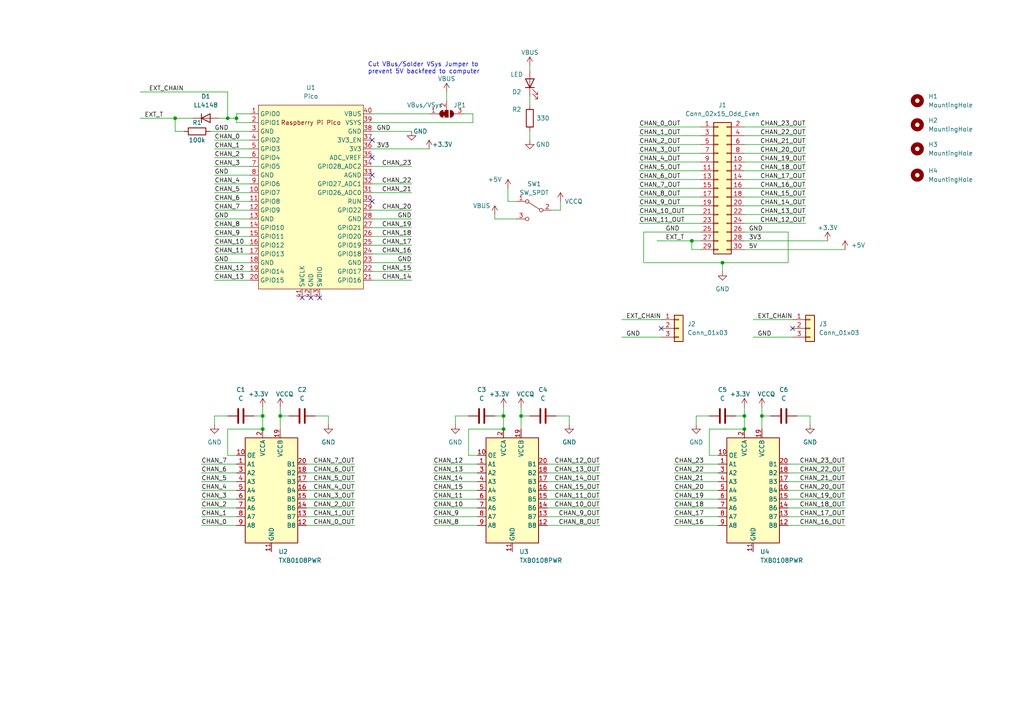
<source format=kicad_sch>
(kicad_sch (version 20230121) (generator eeschema)

  (uuid 9dbd0e01-4650-4cf8-82d3-a69ef2ebdc12)

  (paper "A4")

  (lib_symbols
    (symbol "Connector_Generic:Conn_01x03" (pin_names (offset 1.016) hide) (in_bom yes) (on_board yes)
      (property "Reference" "J" (at 0 5.08 0)
        (effects (font (size 1.27 1.27)))
      )
      (property "Value" "Conn_01x03" (at 0 -5.08 0)
        (effects (font (size 1.27 1.27)))
      )
      (property "Footprint" "" (at 0 0 0)
        (effects (font (size 1.27 1.27)) hide)
      )
      (property "Datasheet" "~" (at 0 0 0)
        (effects (font (size 1.27 1.27)) hide)
      )
      (property "ki_keywords" "connector" (at 0 0 0)
        (effects (font (size 1.27 1.27)) hide)
      )
      (property "ki_description" "Generic connector, single row, 01x03, script generated (kicad-library-utils/schlib/autogen/connector/)" (at 0 0 0)
        (effects (font (size 1.27 1.27)) hide)
      )
      (property "ki_fp_filters" "Connector*:*_1x??_*" (at 0 0 0)
        (effects (font (size 1.27 1.27)) hide)
      )
      (symbol "Conn_01x03_1_1"
        (rectangle (start -1.27 -2.413) (end 0 -2.667)
          (stroke (width 0.1524) (type default))
          (fill (type none))
        )
        (rectangle (start -1.27 0.127) (end 0 -0.127)
          (stroke (width 0.1524) (type default))
          (fill (type none))
        )
        (rectangle (start -1.27 2.667) (end 0 2.413)
          (stroke (width 0.1524) (type default))
          (fill (type none))
        )
        (rectangle (start -1.27 3.81) (end 1.27 -3.81)
          (stroke (width 0.254) (type default))
          (fill (type background))
        )
        (pin passive line (at -5.08 2.54 0) (length 3.81)
          (name "Pin_1" (effects (font (size 1.27 1.27))))
          (number "1" (effects (font (size 1.27 1.27))))
        )
        (pin passive line (at -5.08 0 0) (length 3.81)
          (name "Pin_2" (effects (font (size 1.27 1.27))))
          (number "2" (effects (font (size 1.27 1.27))))
        )
        (pin passive line (at -5.08 -2.54 0) (length 3.81)
          (name "Pin_3" (effects (font (size 1.27 1.27))))
          (number "3" (effects (font (size 1.27 1.27))))
        )
      )
    )
    (symbol "Connector_Generic:Conn_02x15_Odd_Even" (pin_names (offset 1.016) hide) (in_bom yes) (on_board yes)
      (property "Reference" "J" (at 1.27 20.32 0)
        (effects (font (size 1.27 1.27)))
      )
      (property "Value" "Conn_02x15_Odd_Even" (at 1.27 -20.32 0)
        (effects (font (size 1.27 1.27)))
      )
      (property "Footprint" "" (at 0 0 0)
        (effects (font (size 1.27 1.27)) hide)
      )
      (property "Datasheet" "~" (at 0 0 0)
        (effects (font (size 1.27 1.27)) hide)
      )
      (property "ki_keywords" "connector" (at 0 0 0)
        (effects (font (size 1.27 1.27)) hide)
      )
      (property "ki_description" "Generic connector, double row, 02x15, odd/even pin numbering scheme (row 1 odd numbers, row 2 even numbers), script generated (kicad-library-utils/schlib/autogen/connector/)" (at 0 0 0)
        (effects (font (size 1.27 1.27)) hide)
      )
      (property "ki_fp_filters" "Connector*:*_2x??_*" (at 0 0 0)
        (effects (font (size 1.27 1.27)) hide)
      )
      (symbol "Conn_02x15_Odd_Even_1_1"
        (rectangle (start -1.27 -17.653) (end 0 -17.907)
          (stroke (width 0.1524) (type default))
          (fill (type none))
        )
        (rectangle (start -1.27 -15.113) (end 0 -15.367)
          (stroke (width 0.1524) (type default))
          (fill (type none))
        )
        (rectangle (start -1.27 -12.573) (end 0 -12.827)
          (stroke (width 0.1524) (type default))
          (fill (type none))
        )
        (rectangle (start -1.27 -10.033) (end 0 -10.287)
          (stroke (width 0.1524) (type default))
          (fill (type none))
        )
        (rectangle (start -1.27 -7.493) (end 0 -7.747)
          (stroke (width 0.1524) (type default))
          (fill (type none))
        )
        (rectangle (start -1.27 -4.953) (end 0 -5.207)
          (stroke (width 0.1524) (type default))
          (fill (type none))
        )
        (rectangle (start -1.27 -2.413) (end 0 -2.667)
          (stroke (width 0.1524) (type default))
          (fill (type none))
        )
        (rectangle (start -1.27 0.127) (end 0 -0.127)
          (stroke (width 0.1524) (type default))
          (fill (type none))
        )
        (rectangle (start -1.27 2.667) (end 0 2.413)
          (stroke (width 0.1524) (type default))
          (fill (type none))
        )
        (rectangle (start -1.27 5.207) (end 0 4.953)
          (stroke (width 0.1524) (type default))
          (fill (type none))
        )
        (rectangle (start -1.27 7.747) (end 0 7.493)
          (stroke (width 0.1524) (type default))
          (fill (type none))
        )
        (rectangle (start -1.27 10.287) (end 0 10.033)
          (stroke (width 0.1524) (type default))
          (fill (type none))
        )
        (rectangle (start -1.27 12.827) (end 0 12.573)
          (stroke (width 0.1524) (type default))
          (fill (type none))
        )
        (rectangle (start -1.27 15.367) (end 0 15.113)
          (stroke (width 0.1524) (type default))
          (fill (type none))
        )
        (rectangle (start -1.27 17.907) (end 0 17.653)
          (stroke (width 0.1524) (type default))
          (fill (type none))
        )
        (rectangle (start -1.27 19.05) (end 3.81 -19.05)
          (stroke (width 0.254) (type default))
          (fill (type background))
        )
        (rectangle (start 3.81 -17.653) (end 2.54 -17.907)
          (stroke (width 0.1524) (type default))
          (fill (type none))
        )
        (rectangle (start 3.81 -15.113) (end 2.54 -15.367)
          (stroke (width 0.1524) (type default))
          (fill (type none))
        )
        (rectangle (start 3.81 -12.573) (end 2.54 -12.827)
          (stroke (width 0.1524) (type default))
          (fill (type none))
        )
        (rectangle (start 3.81 -10.033) (end 2.54 -10.287)
          (stroke (width 0.1524) (type default))
          (fill (type none))
        )
        (rectangle (start 3.81 -7.493) (end 2.54 -7.747)
          (stroke (width 0.1524) (type default))
          (fill (type none))
        )
        (rectangle (start 3.81 -4.953) (end 2.54 -5.207)
          (stroke (width 0.1524) (type default))
          (fill (type none))
        )
        (rectangle (start 3.81 -2.413) (end 2.54 -2.667)
          (stroke (width 0.1524) (type default))
          (fill (type none))
        )
        (rectangle (start 3.81 0.127) (end 2.54 -0.127)
          (stroke (width 0.1524) (type default))
          (fill (type none))
        )
        (rectangle (start 3.81 2.667) (end 2.54 2.413)
          (stroke (width 0.1524) (type default))
          (fill (type none))
        )
        (rectangle (start 3.81 5.207) (end 2.54 4.953)
          (stroke (width 0.1524) (type default))
          (fill (type none))
        )
        (rectangle (start 3.81 7.747) (end 2.54 7.493)
          (stroke (width 0.1524) (type default))
          (fill (type none))
        )
        (rectangle (start 3.81 10.287) (end 2.54 10.033)
          (stroke (width 0.1524) (type default))
          (fill (type none))
        )
        (rectangle (start 3.81 12.827) (end 2.54 12.573)
          (stroke (width 0.1524) (type default))
          (fill (type none))
        )
        (rectangle (start 3.81 15.367) (end 2.54 15.113)
          (stroke (width 0.1524) (type default))
          (fill (type none))
        )
        (rectangle (start 3.81 17.907) (end 2.54 17.653)
          (stroke (width 0.1524) (type default))
          (fill (type none))
        )
        (pin passive line (at -5.08 17.78 0) (length 3.81)
          (name "Pin_1" (effects (font (size 1.27 1.27))))
          (number "1" (effects (font (size 1.27 1.27))))
        )
        (pin passive line (at 7.62 7.62 180) (length 3.81)
          (name "Pin_10" (effects (font (size 1.27 1.27))))
          (number "10" (effects (font (size 1.27 1.27))))
        )
        (pin passive line (at -5.08 5.08 0) (length 3.81)
          (name "Pin_11" (effects (font (size 1.27 1.27))))
          (number "11" (effects (font (size 1.27 1.27))))
        )
        (pin passive line (at 7.62 5.08 180) (length 3.81)
          (name "Pin_12" (effects (font (size 1.27 1.27))))
          (number "12" (effects (font (size 1.27 1.27))))
        )
        (pin passive line (at -5.08 2.54 0) (length 3.81)
          (name "Pin_13" (effects (font (size 1.27 1.27))))
          (number "13" (effects (font (size 1.27 1.27))))
        )
        (pin passive line (at 7.62 2.54 180) (length 3.81)
          (name "Pin_14" (effects (font (size 1.27 1.27))))
          (number "14" (effects (font (size 1.27 1.27))))
        )
        (pin passive line (at -5.08 0 0) (length 3.81)
          (name "Pin_15" (effects (font (size 1.27 1.27))))
          (number "15" (effects (font (size 1.27 1.27))))
        )
        (pin passive line (at 7.62 0 180) (length 3.81)
          (name "Pin_16" (effects (font (size 1.27 1.27))))
          (number "16" (effects (font (size 1.27 1.27))))
        )
        (pin passive line (at -5.08 -2.54 0) (length 3.81)
          (name "Pin_17" (effects (font (size 1.27 1.27))))
          (number "17" (effects (font (size 1.27 1.27))))
        )
        (pin passive line (at 7.62 -2.54 180) (length 3.81)
          (name "Pin_18" (effects (font (size 1.27 1.27))))
          (number "18" (effects (font (size 1.27 1.27))))
        )
        (pin passive line (at -5.08 -5.08 0) (length 3.81)
          (name "Pin_19" (effects (font (size 1.27 1.27))))
          (number "19" (effects (font (size 1.27 1.27))))
        )
        (pin passive line (at 7.62 17.78 180) (length 3.81)
          (name "Pin_2" (effects (font (size 1.27 1.27))))
          (number "2" (effects (font (size 1.27 1.27))))
        )
        (pin passive line (at 7.62 -5.08 180) (length 3.81)
          (name "Pin_20" (effects (font (size 1.27 1.27))))
          (number "20" (effects (font (size 1.27 1.27))))
        )
        (pin passive line (at -5.08 -7.62 0) (length 3.81)
          (name "Pin_21" (effects (font (size 1.27 1.27))))
          (number "21" (effects (font (size 1.27 1.27))))
        )
        (pin passive line (at 7.62 -7.62 180) (length 3.81)
          (name "Pin_22" (effects (font (size 1.27 1.27))))
          (number "22" (effects (font (size 1.27 1.27))))
        )
        (pin passive line (at -5.08 -10.16 0) (length 3.81)
          (name "Pin_23" (effects (font (size 1.27 1.27))))
          (number "23" (effects (font (size 1.27 1.27))))
        )
        (pin passive line (at 7.62 -10.16 180) (length 3.81)
          (name "Pin_24" (effects (font (size 1.27 1.27))))
          (number "24" (effects (font (size 1.27 1.27))))
        )
        (pin passive line (at -5.08 -12.7 0) (length 3.81)
          (name "Pin_25" (effects (font (size 1.27 1.27))))
          (number "25" (effects (font (size 1.27 1.27))))
        )
        (pin passive line (at 7.62 -12.7 180) (length 3.81)
          (name "Pin_26" (effects (font (size 1.27 1.27))))
          (number "26" (effects (font (size 1.27 1.27))))
        )
        (pin passive line (at -5.08 -15.24 0) (length 3.81)
          (name "Pin_27" (effects (font (size 1.27 1.27))))
          (number "27" (effects (font (size 1.27 1.27))))
        )
        (pin passive line (at 7.62 -15.24 180) (length 3.81)
          (name "Pin_28" (effects (font (size 1.27 1.27))))
          (number "28" (effects (font (size 1.27 1.27))))
        )
        (pin passive line (at -5.08 -17.78 0) (length 3.81)
          (name "Pin_29" (effects (font (size 1.27 1.27))))
          (number "29" (effects (font (size 1.27 1.27))))
        )
        (pin passive line (at -5.08 15.24 0) (length 3.81)
          (name "Pin_3" (effects (font (size 1.27 1.27))))
          (number "3" (effects (font (size 1.27 1.27))))
        )
        (pin passive line (at 7.62 -17.78 180) (length 3.81)
          (name "Pin_30" (effects (font (size 1.27 1.27))))
          (number "30" (effects (font (size 1.27 1.27))))
        )
        (pin passive line (at 7.62 15.24 180) (length 3.81)
          (name "Pin_4" (effects (font (size 1.27 1.27))))
          (number "4" (effects (font (size 1.27 1.27))))
        )
        (pin passive line (at -5.08 12.7 0) (length 3.81)
          (name "Pin_5" (effects (font (size 1.27 1.27))))
          (number "5" (effects (font (size 1.27 1.27))))
        )
        (pin passive line (at 7.62 12.7 180) (length 3.81)
          (name "Pin_6" (effects (font (size 1.27 1.27))))
          (number "6" (effects (font (size 1.27 1.27))))
        )
        (pin passive line (at -5.08 10.16 0) (length 3.81)
          (name "Pin_7" (effects (font (size 1.27 1.27))))
          (number "7" (effects (font (size 1.27 1.27))))
        )
        (pin passive line (at 7.62 10.16 180) (length 3.81)
          (name "Pin_8" (effects (font (size 1.27 1.27))))
          (number "8" (effects (font (size 1.27 1.27))))
        )
        (pin passive line (at -5.08 7.62 0) (length 3.81)
          (name "Pin_9" (effects (font (size 1.27 1.27))))
          (number "9" (effects (font (size 1.27 1.27))))
        )
      )
    )
    (symbol "Device:C" (pin_numbers hide) (pin_names (offset 0.254)) (in_bom yes) (on_board yes)
      (property "Reference" "C" (at 0.635 2.54 0)
        (effects (font (size 1.27 1.27)) (justify left))
      )
      (property "Value" "C" (at 0.635 -2.54 0)
        (effects (font (size 1.27 1.27)) (justify left))
      )
      (property "Footprint" "" (at 0.9652 -3.81 0)
        (effects (font (size 1.27 1.27)) hide)
      )
      (property "Datasheet" "~" (at 0 0 0)
        (effects (font (size 1.27 1.27)) hide)
      )
      (property "ki_keywords" "cap capacitor" (at 0 0 0)
        (effects (font (size 1.27 1.27)) hide)
      )
      (property "ki_description" "Unpolarized capacitor" (at 0 0 0)
        (effects (font (size 1.27 1.27)) hide)
      )
      (property "ki_fp_filters" "C_*" (at 0 0 0)
        (effects (font (size 1.27 1.27)) hide)
      )
      (symbol "C_0_1"
        (polyline
          (pts
            (xy -2.032 -0.762)
            (xy 2.032 -0.762)
          )
          (stroke (width 0.508) (type default))
          (fill (type none))
        )
        (polyline
          (pts
            (xy -2.032 0.762)
            (xy 2.032 0.762)
          )
          (stroke (width 0.508) (type default))
          (fill (type none))
        )
      )
      (symbol "C_1_1"
        (pin passive line (at 0 3.81 270) (length 2.794)
          (name "~" (effects (font (size 1.27 1.27))))
          (number "1" (effects (font (size 1.27 1.27))))
        )
        (pin passive line (at 0 -3.81 90) (length 2.794)
          (name "~" (effects (font (size 1.27 1.27))))
          (number "2" (effects (font (size 1.27 1.27))))
        )
      )
    )
    (symbol "Device:LED" (pin_numbers hide) (pin_names (offset 1.016) hide) (in_bom yes) (on_board yes)
      (property "Reference" "D" (at 0 2.54 0)
        (effects (font (size 1.27 1.27)))
      )
      (property "Value" "LED" (at 0 -2.54 0)
        (effects (font (size 1.27 1.27)))
      )
      (property "Footprint" "" (at 0 0 0)
        (effects (font (size 1.27 1.27)) hide)
      )
      (property "Datasheet" "~" (at 0 0 0)
        (effects (font (size 1.27 1.27)) hide)
      )
      (property "ki_keywords" "LED diode" (at 0 0 0)
        (effects (font (size 1.27 1.27)) hide)
      )
      (property "ki_description" "Light emitting diode" (at 0 0 0)
        (effects (font (size 1.27 1.27)) hide)
      )
      (property "ki_fp_filters" "LED* LED_SMD:* LED_THT:*" (at 0 0 0)
        (effects (font (size 1.27 1.27)) hide)
      )
      (symbol "LED_0_1"
        (polyline
          (pts
            (xy -1.27 -1.27)
            (xy -1.27 1.27)
          )
          (stroke (width 0.254) (type default))
          (fill (type none))
        )
        (polyline
          (pts
            (xy -1.27 0)
            (xy 1.27 0)
          )
          (stroke (width 0) (type default))
          (fill (type none))
        )
        (polyline
          (pts
            (xy 1.27 -1.27)
            (xy 1.27 1.27)
            (xy -1.27 0)
            (xy 1.27 -1.27)
          )
          (stroke (width 0.254) (type default))
          (fill (type none))
        )
        (polyline
          (pts
            (xy -3.048 -0.762)
            (xy -4.572 -2.286)
            (xy -3.81 -2.286)
            (xy -4.572 -2.286)
            (xy -4.572 -1.524)
          )
          (stroke (width 0) (type default))
          (fill (type none))
        )
        (polyline
          (pts
            (xy -1.778 -0.762)
            (xy -3.302 -2.286)
            (xy -2.54 -2.286)
            (xy -3.302 -2.286)
            (xy -3.302 -1.524)
          )
          (stroke (width 0) (type default))
          (fill (type none))
        )
      )
      (symbol "LED_1_1"
        (pin passive line (at -3.81 0 0) (length 2.54)
          (name "K" (effects (font (size 1.27 1.27))))
          (number "1" (effects (font (size 1.27 1.27))))
        )
        (pin passive line (at 3.81 0 180) (length 2.54)
          (name "A" (effects (font (size 1.27 1.27))))
          (number "2" (effects (font (size 1.27 1.27))))
        )
      )
    )
    (symbol "Device:R" (pin_numbers hide) (pin_names (offset 0)) (in_bom yes) (on_board yes)
      (property "Reference" "R" (at 2.032 0 90)
        (effects (font (size 1.27 1.27)))
      )
      (property "Value" "R" (at 0 0 90)
        (effects (font (size 1.27 1.27)))
      )
      (property "Footprint" "" (at -1.778 0 90)
        (effects (font (size 1.27 1.27)) hide)
      )
      (property "Datasheet" "~" (at 0 0 0)
        (effects (font (size 1.27 1.27)) hide)
      )
      (property "ki_keywords" "R res resistor" (at 0 0 0)
        (effects (font (size 1.27 1.27)) hide)
      )
      (property "ki_description" "Resistor" (at 0 0 0)
        (effects (font (size 1.27 1.27)) hide)
      )
      (property "ki_fp_filters" "R_*" (at 0 0 0)
        (effects (font (size 1.27 1.27)) hide)
      )
      (symbol "R_0_1"
        (rectangle (start -1.016 -2.54) (end 1.016 2.54)
          (stroke (width 0.254) (type default))
          (fill (type none))
        )
      )
      (symbol "R_1_1"
        (pin passive line (at 0 3.81 270) (length 1.27)
          (name "~" (effects (font (size 1.27 1.27))))
          (number "1" (effects (font (size 1.27 1.27))))
        )
        (pin passive line (at 0 -3.81 90) (length 1.27)
          (name "~" (effects (font (size 1.27 1.27))))
          (number "2" (effects (font (size 1.27 1.27))))
        )
      )
    )
    (symbol "Diode:LL4148" (pin_numbers hide) (pin_names (offset 1.016) hide) (in_bom yes) (on_board yes)
      (property "Reference" "D" (at 0 2.54 0)
        (effects (font (size 1.27 1.27)))
      )
      (property "Value" "LL4148" (at 0 -2.54 0)
        (effects (font (size 1.27 1.27)))
      )
      (property "Footprint" "Diode_SMD:D_MiniMELF" (at 0 -4.445 0)
        (effects (font (size 1.27 1.27)) hide)
      )
      (property "Datasheet" "http://www.vishay.com/docs/85557/ll4148.pdf" (at 0 0 0)
        (effects (font (size 1.27 1.27)) hide)
      )
      (property "ki_keywords" "diode" (at 0 0 0)
        (effects (font (size 1.27 1.27)) hide)
      )
      (property "ki_description" "100V 0.15A standard switching diode, MiniMELF" (at 0 0 0)
        (effects (font (size 1.27 1.27)) hide)
      )
      (property "ki_fp_filters" "D*MiniMELF*" (at 0 0 0)
        (effects (font (size 1.27 1.27)) hide)
      )
      (symbol "LL4148_0_1"
        (polyline
          (pts
            (xy -1.27 1.27)
            (xy -1.27 -1.27)
          )
          (stroke (width 0.254) (type default))
          (fill (type none))
        )
        (polyline
          (pts
            (xy 1.27 0)
            (xy -1.27 0)
          )
          (stroke (width 0) (type default))
          (fill (type none))
        )
        (polyline
          (pts
            (xy 1.27 1.27)
            (xy 1.27 -1.27)
            (xy -1.27 0)
            (xy 1.27 1.27)
          )
          (stroke (width 0.254) (type default))
          (fill (type none))
        )
      )
      (symbol "LL4148_1_1"
        (pin passive line (at -3.81 0 0) (length 2.54)
          (name "K" (effects (font (size 1.27 1.27))))
          (number "1" (effects (font (size 1.27 1.27))))
        )
        (pin passive line (at 3.81 0 180) (length 2.54)
          (name "A" (effects (font (size 1.27 1.27))))
          (number "2" (effects (font (size 1.27 1.27))))
        )
      )
    )
    (symbol "Jumper:SolderJumper_3_Bridged12" (pin_names (offset 0) hide) (in_bom yes) (on_board yes)
      (property "Reference" "JP" (at -2.54 -2.54 0)
        (effects (font (size 1.27 1.27)))
      )
      (property "Value" "SolderJumper_3_Bridged12" (at 0 2.794 0)
        (effects (font (size 1.27 1.27)))
      )
      (property "Footprint" "" (at 0 0 0)
        (effects (font (size 1.27 1.27)) hide)
      )
      (property "Datasheet" "~" (at 0 0 0)
        (effects (font (size 1.27 1.27)) hide)
      )
      (property "ki_keywords" "Solder Jumper SPDT" (at 0 0 0)
        (effects (font (size 1.27 1.27)) hide)
      )
      (property "ki_description" "3-pole Solder Jumper, pins 1+2 closed/bridged" (at 0 0 0)
        (effects (font (size 1.27 1.27)) hide)
      )
      (property "ki_fp_filters" "SolderJumper*Bridged12*" (at 0 0 0)
        (effects (font (size 1.27 1.27)) hide)
      )
      (symbol "SolderJumper_3_Bridged12_0_1"
        (rectangle (start -1.016 0.508) (end -0.508 -0.508)
          (stroke (width 0) (type default))
          (fill (type outline))
        )
        (arc (start -1.016 1.016) (mid -2.0276 0) (end -1.016 -1.016)
          (stroke (width 0) (type default))
          (fill (type none))
        )
        (arc (start -1.016 1.016) (mid -2.0276 0) (end -1.016 -1.016)
          (stroke (width 0) (type default))
          (fill (type outline))
        )
        (rectangle (start -0.508 1.016) (end 0.508 -1.016)
          (stroke (width 0) (type default))
          (fill (type outline))
        )
        (polyline
          (pts
            (xy -2.54 0)
            (xy -2.032 0)
          )
          (stroke (width 0) (type default))
          (fill (type none))
        )
        (polyline
          (pts
            (xy -1.016 1.016)
            (xy -1.016 -1.016)
          )
          (stroke (width 0) (type default))
          (fill (type none))
        )
        (polyline
          (pts
            (xy 0 -1.27)
            (xy 0 -1.016)
          )
          (stroke (width 0) (type default))
          (fill (type none))
        )
        (polyline
          (pts
            (xy 1.016 1.016)
            (xy 1.016 -1.016)
          )
          (stroke (width 0) (type default))
          (fill (type none))
        )
        (polyline
          (pts
            (xy 2.54 0)
            (xy 2.032 0)
          )
          (stroke (width 0) (type default))
          (fill (type none))
        )
        (arc (start 1.016 -1.016) (mid 2.0276 0) (end 1.016 1.016)
          (stroke (width 0) (type default))
          (fill (type none))
        )
        (arc (start 1.016 -1.016) (mid 2.0276 0) (end 1.016 1.016)
          (stroke (width 0) (type default))
          (fill (type outline))
        )
      )
      (symbol "SolderJumper_3_Bridged12_1_1"
        (pin passive line (at -5.08 0 0) (length 2.54)
          (name "A" (effects (font (size 1.27 1.27))))
          (number "1" (effects (font (size 1.27 1.27))))
        )
        (pin passive line (at 0 -3.81 90) (length 2.54)
          (name "C" (effects (font (size 1.27 1.27))))
          (number "2" (effects (font (size 1.27 1.27))))
        )
        (pin passive line (at 5.08 0 180) (length 2.54)
          (name "B" (effects (font (size 1.27 1.27))))
          (number "3" (effects (font (size 1.27 1.27))))
        )
      )
    )
    (symbol "Logic_LevelTranslator:TXB0108PWR" (in_bom yes) (on_board yes)
      (property "Reference" "U" (at -6.35 16.51 0)
        (effects (font (size 1.27 1.27)))
      )
      (property "Value" "TXB0108PWR" (at 3.81 16.51 0)
        (effects (font (size 1.27 1.27)) (justify left))
      )
      (property "Footprint" "Package_SO:TSSOP-20_4.4x6.5mm_P0.65mm" (at 0 -19.05 0)
        (effects (font (size 1.27 1.27)) hide)
      )
      (property "Datasheet" "https://www.ti.com/lit/ds/symlink/txb0108.pdf" (at 0 -2.54 0)
        (effects (font (size 1.27 1.27)) hide)
      )
      (property "ki_keywords" "8-bit" (at 0 0 0)
        (effects (font (size 1.27 1.27)) hide)
      )
      (property "ki_description" "Bidirectional  level-shifting voltage translator, TSSOP-20" (at 0 0 0)
        (effects (font (size 1.27 1.27)) hide)
      )
      (property "ki_fp_filters" "*SSOP*4.4x6.5mm*P0.65mm*" (at 0 0 0)
        (effects (font (size 1.27 1.27)) hide)
      )
      (symbol "TXB0108PWR_0_1"
        (rectangle (start -7.62 15.24) (end 7.62 -15.24)
          (stroke (width 0.254) (type default))
          (fill (type background))
        )
      )
      (symbol "TXB0108PWR_1_1"
        (pin bidirectional line (at -10.16 7.62 0) (length 2.54)
          (name "A1" (effects (font (size 1.27 1.27))))
          (number "1" (effects (font (size 1.27 1.27))))
        )
        (pin input line (at -10.16 10.16 0) (length 2.54)
          (name "OE" (effects (font (size 1.27 1.27))))
          (number "10" (effects (font (size 1.27 1.27))))
        )
        (pin power_in line (at 0 -17.78 90) (length 2.54)
          (name "GND" (effects (font (size 1.27 1.27))))
          (number "11" (effects (font (size 1.27 1.27))))
        )
        (pin bidirectional line (at 10.16 -10.16 180) (length 2.54)
          (name "B8" (effects (font (size 1.27 1.27))))
          (number "12" (effects (font (size 1.27 1.27))))
        )
        (pin bidirectional line (at 10.16 -7.62 180) (length 2.54)
          (name "B7" (effects (font (size 1.27 1.27))))
          (number "13" (effects (font (size 1.27 1.27))))
        )
        (pin bidirectional line (at 10.16 -5.08 180) (length 2.54)
          (name "B6" (effects (font (size 1.27 1.27))))
          (number "14" (effects (font (size 1.27 1.27))))
        )
        (pin bidirectional line (at 10.16 -2.54 180) (length 2.54)
          (name "B5" (effects (font (size 1.27 1.27))))
          (number "15" (effects (font (size 1.27 1.27))))
        )
        (pin bidirectional line (at 10.16 0 180) (length 2.54)
          (name "B4" (effects (font (size 1.27 1.27))))
          (number "16" (effects (font (size 1.27 1.27))))
        )
        (pin bidirectional line (at 10.16 2.54 180) (length 2.54)
          (name "B3" (effects (font (size 1.27 1.27))))
          (number "17" (effects (font (size 1.27 1.27))))
        )
        (pin bidirectional line (at 10.16 5.08 180) (length 2.54)
          (name "B2" (effects (font (size 1.27 1.27))))
          (number "18" (effects (font (size 1.27 1.27))))
        )
        (pin power_in line (at 2.54 17.78 270) (length 2.54)
          (name "VCCB" (effects (font (size 1.27 1.27))))
          (number "19" (effects (font (size 1.27 1.27))))
        )
        (pin power_in line (at -2.54 17.78 270) (length 2.54)
          (name "VCCA" (effects (font (size 1.27 1.27))))
          (number "2" (effects (font (size 1.27 1.27))))
        )
        (pin bidirectional line (at 10.16 7.62 180) (length 2.54)
          (name "B1" (effects (font (size 1.27 1.27))))
          (number "20" (effects (font (size 1.27 1.27))))
        )
        (pin bidirectional line (at -10.16 5.08 0) (length 2.54)
          (name "A2" (effects (font (size 1.27 1.27))))
          (number "3" (effects (font (size 1.27 1.27))))
        )
        (pin bidirectional line (at -10.16 2.54 0) (length 2.54)
          (name "A3" (effects (font (size 1.27 1.27))))
          (number "4" (effects (font (size 1.27 1.27))))
        )
        (pin bidirectional line (at -10.16 0 0) (length 2.54)
          (name "A4" (effects (font (size 1.27 1.27))))
          (number "5" (effects (font (size 1.27 1.27))))
        )
        (pin bidirectional line (at -10.16 -2.54 0) (length 2.54)
          (name "A5" (effects (font (size 1.27 1.27))))
          (number "6" (effects (font (size 1.27 1.27))))
        )
        (pin bidirectional line (at -10.16 -5.08 0) (length 2.54)
          (name "A6" (effects (font (size 1.27 1.27))))
          (number "7" (effects (font (size 1.27 1.27))))
        )
        (pin bidirectional line (at -10.16 -7.62 0) (length 2.54)
          (name "A7" (effects (font (size 1.27 1.27))))
          (number "8" (effects (font (size 1.27 1.27))))
        )
        (pin bidirectional line (at -10.16 -10.16 0) (length 2.54)
          (name "A8" (effects (font (size 1.27 1.27))))
          (number "9" (effects (font (size 1.27 1.27))))
        )
      )
    )
    (symbol "MCU_RaspberryPi_and_Boards:Pico" (in_bom yes) (on_board yes)
      (property "Reference" "U" (at -13.97 27.94 0)
        (effects (font (size 1.27 1.27)))
      )
      (property "Value" "Pico" (at 0 19.05 0)
        (effects (font (size 1.27 1.27)))
      )
      (property "Footprint" "RPi_Pico:RPi_Pico_SMD_TH" (at 0 0 90)
        (effects (font (size 1.27 1.27)) hide)
      )
      (property "Datasheet" "" (at 0 0 0)
        (effects (font (size 1.27 1.27)) hide)
      )
      (symbol "Pico_0_0"
        (text "Raspberry Pi Pico" (at 0 21.59 0)
          (effects (font (size 1.27 1.27)))
        )
      )
      (symbol "Pico_0_1"
        (rectangle (start -15.24 26.67) (end 15.24 -26.67)
          (stroke (width 0) (type default))
          (fill (type background))
        )
      )
      (symbol "Pico_1_1"
        (pin bidirectional line (at -17.78 24.13 0) (length 2.54)
          (name "GPIO0" (effects (font (size 1.27 1.27))))
          (number "1" (effects (font (size 1.27 1.27))))
        )
        (pin bidirectional line (at -17.78 1.27 0) (length 2.54)
          (name "GPIO7" (effects (font (size 1.27 1.27))))
          (number "10" (effects (font (size 1.27 1.27))))
        )
        (pin bidirectional line (at -17.78 -1.27 0) (length 2.54)
          (name "GPIO8" (effects (font (size 1.27 1.27))))
          (number "11" (effects (font (size 1.27 1.27))))
        )
        (pin bidirectional line (at -17.78 -3.81 0) (length 2.54)
          (name "GPIO9" (effects (font (size 1.27 1.27))))
          (number "12" (effects (font (size 1.27 1.27))))
        )
        (pin power_in line (at -17.78 -6.35 0) (length 2.54)
          (name "GND" (effects (font (size 1.27 1.27))))
          (number "13" (effects (font (size 1.27 1.27))))
        )
        (pin bidirectional line (at -17.78 -8.89 0) (length 2.54)
          (name "GPIO10" (effects (font (size 1.27 1.27))))
          (number "14" (effects (font (size 1.27 1.27))))
        )
        (pin bidirectional line (at -17.78 -11.43 0) (length 2.54)
          (name "GPIO11" (effects (font (size 1.27 1.27))))
          (number "15" (effects (font (size 1.27 1.27))))
        )
        (pin bidirectional line (at -17.78 -13.97 0) (length 2.54)
          (name "GPIO12" (effects (font (size 1.27 1.27))))
          (number "16" (effects (font (size 1.27 1.27))))
        )
        (pin bidirectional line (at -17.78 -16.51 0) (length 2.54)
          (name "GPIO13" (effects (font (size 1.27 1.27))))
          (number "17" (effects (font (size 1.27 1.27))))
        )
        (pin power_in line (at -17.78 -19.05 0) (length 2.54)
          (name "GND" (effects (font (size 1.27 1.27))))
          (number "18" (effects (font (size 1.27 1.27))))
        )
        (pin bidirectional line (at -17.78 -21.59 0) (length 2.54)
          (name "GPIO14" (effects (font (size 1.27 1.27))))
          (number "19" (effects (font (size 1.27 1.27))))
        )
        (pin bidirectional line (at -17.78 21.59 0) (length 2.54)
          (name "GPIO1" (effects (font (size 1.27 1.27))))
          (number "2" (effects (font (size 1.27 1.27))))
        )
        (pin bidirectional line (at -17.78 -24.13 0) (length 2.54)
          (name "GPIO15" (effects (font (size 1.27 1.27))))
          (number "20" (effects (font (size 1.27 1.27))))
        )
        (pin bidirectional line (at 17.78 -24.13 180) (length 2.54)
          (name "GPIO16" (effects (font (size 1.27 1.27))))
          (number "21" (effects (font (size 1.27 1.27))))
        )
        (pin bidirectional line (at 17.78 -21.59 180) (length 2.54)
          (name "GPIO17" (effects (font (size 1.27 1.27))))
          (number "22" (effects (font (size 1.27 1.27))))
        )
        (pin power_in line (at 17.78 -19.05 180) (length 2.54)
          (name "GND" (effects (font (size 1.27 1.27))))
          (number "23" (effects (font (size 1.27 1.27))))
        )
        (pin bidirectional line (at 17.78 -16.51 180) (length 2.54)
          (name "GPIO18" (effects (font (size 1.27 1.27))))
          (number "24" (effects (font (size 1.27 1.27))))
        )
        (pin bidirectional line (at 17.78 -13.97 180) (length 2.54)
          (name "GPIO19" (effects (font (size 1.27 1.27))))
          (number "25" (effects (font (size 1.27 1.27))))
        )
        (pin bidirectional line (at 17.78 -11.43 180) (length 2.54)
          (name "GPIO20" (effects (font (size 1.27 1.27))))
          (number "26" (effects (font (size 1.27 1.27))))
        )
        (pin bidirectional line (at 17.78 -8.89 180) (length 2.54)
          (name "GPIO21" (effects (font (size 1.27 1.27))))
          (number "27" (effects (font (size 1.27 1.27))))
        )
        (pin power_in line (at 17.78 -6.35 180) (length 2.54)
          (name "GND" (effects (font (size 1.27 1.27))))
          (number "28" (effects (font (size 1.27 1.27))))
        )
        (pin bidirectional line (at 17.78 -3.81 180) (length 2.54)
          (name "GPIO22" (effects (font (size 1.27 1.27))))
          (number "29" (effects (font (size 1.27 1.27))))
        )
        (pin power_in line (at -17.78 19.05 0) (length 2.54)
          (name "GND" (effects (font (size 1.27 1.27))))
          (number "3" (effects (font (size 1.27 1.27))))
        )
        (pin input line (at 17.78 -1.27 180) (length 2.54)
          (name "RUN" (effects (font (size 1.27 1.27))))
          (number "30" (effects (font (size 1.27 1.27))))
        )
        (pin bidirectional line (at 17.78 1.27 180) (length 2.54)
          (name "GPIO26_ADC0" (effects (font (size 1.27 1.27))))
          (number "31" (effects (font (size 1.27 1.27))))
        )
        (pin bidirectional line (at 17.78 3.81 180) (length 2.54)
          (name "GPIO27_ADC1" (effects (font (size 1.27 1.27))))
          (number "32" (effects (font (size 1.27 1.27))))
        )
        (pin power_in line (at 17.78 6.35 180) (length 2.54)
          (name "AGND" (effects (font (size 1.27 1.27))))
          (number "33" (effects (font (size 1.27 1.27))))
        )
        (pin bidirectional line (at 17.78 8.89 180) (length 2.54)
          (name "GPIO28_ADC2" (effects (font (size 1.27 1.27))))
          (number "34" (effects (font (size 1.27 1.27))))
        )
        (pin power_in line (at 17.78 11.43 180) (length 2.54)
          (name "ADC_VREF" (effects (font (size 1.27 1.27))))
          (number "35" (effects (font (size 1.27 1.27))))
        )
        (pin power_in line (at 17.78 13.97 180) (length 2.54)
          (name "3V3" (effects (font (size 1.27 1.27))))
          (number "36" (effects (font (size 1.27 1.27))))
        )
        (pin input line (at 17.78 16.51 180) (length 2.54)
          (name "3V3_EN" (effects (font (size 1.27 1.27))))
          (number "37" (effects (font (size 1.27 1.27))))
        )
        (pin bidirectional line (at 17.78 19.05 180) (length 2.54)
          (name "GND" (effects (font (size 1.27 1.27))))
          (number "38" (effects (font (size 1.27 1.27))))
        )
        (pin power_in line (at 17.78 21.59 180) (length 2.54)
          (name "VSYS" (effects (font (size 1.27 1.27))))
          (number "39" (effects (font (size 1.27 1.27))))
        )
        (pin bidirectional line (at -17.78 16.51 0) (length 2.54)
          (name "GPIO2" (effects (font (size 1.27 1.27))))
          (number "4" (effects (font (size 1.27 1.27))))
        )
        (pin power_in line (at 17.78 24.13 180) (length 2.54)
          (name "VBUS" (effects (font (size 1.27 1.27))))
          (number "40" (effects (font (size 1.27 1.27))))
        )
        (pin input line (at -2.54 -29.21 90) (length 2.54)
          (name "SWCLK" (effects (font (size 1.27 1.27))))
          (number "41" (effects (font (size 1.27 1.27))))
        )
        (pin power_in line (at 0 -29.21 90) (length 2.54)
          (name "GND" (effects (font (size 1.27 1.27))))
          (number "42" (effects (font (size 1.27 1.27))))
        )
        (pin bidirectional line (at 2.54 -29.21 90) (length 2.54)
          (name "SWDIO" (effects (font (size 1.27 1.27))))
          (number "43" (effects (font (size 1.27 1.27))))
        )
        (pin bidirectional line (at -17.78 13.97 0) (length 2.54)
          (name "GPIO3" (effects (font (size 1.27 1.27))))
          (number "5" (effects (font (size 1.27 1.27))))
        )
        (pin bidirectional line (at -17.78 11.43 0) (length 2.54)
          (name "GPIO4" (effects (font (size 1.27 1.27))))
          (number "6" (effects (font (size 1.27 1.27))))
        )
        (pin bidirectional line (at -17.78 8.89 0) (length 2.54)
          (name "GPIO5" (effects (font (size 1.27 1.27))))
          (number "7" (effects (font (size 1.27 1.27))))
        )
        (pin power_in line (at -17.78 6.35 0) (length 2.54)
          (name "GND" (effects (font (size 1.27 1.27))))
          (number "8" (effects (font (size 1.27 1.27))))
        )
        (pin bidirectional line (at -17.78 3.81 0) (length 2.54)
          (name "GPIO6" (effects (font (size 1.27 1.27))))
          (number "9" (effects (font (size 1.27 1.27))))
        )
      )
    )
    (symbol "Mechanical:MountingHole" (pin_names (offset 1.016)) (in_bom yes) (on_board yes)
      (property "Reference" "H" (at 0 5.08 0)
        (effects (font (size 1.27 1.27)))
      )
      (property "Value" "MountingHole" (at 0 3.175 0)
        (effects (font (size 1.27 1.27)))
      )
      (property "Footprint" "" (at 0 0 0)
        (effects (font (size 1.27 1.27)) hide)
      )
      (property "Datasheet" "~" (at 0 0 0)
        (effects (font (size 1.27 1.27)) hide)
      )
      (property "ki_keywords" "mounting hole" (at 0 0 0)
        (effects (font (size 1.27 1.27)) hide)
      )
      (property "ki_description" "Mounting Hole without connection" (at 0 0 0)
        (effects (font (size 1.27 1.27)) hide)
      )
      (property "ki_fp_filters" "MountingHole*" (at 0 0 0)
        (effects (font (size 1.27 1.27)) hide)
      )
      (symbol "MountingHole_0_1"
        (circle (center 0 0) (radius 1.27)
          (stroke (width 1.27) (type default))
          (fill (type none))
        )
      )
    )
    (symbol "Switch:SW_SPDT" (pin_names (offset 0) hide) (in_bom yes) (on_board yes)
      (property "Reference" "SW" (at 0 4.318 0)
        (effects (font (size 1.27 1.27)))
      )
      (property "Value" "SW_SPDT" (at 0 -5.08 0)
        (effects (font (size 1.27 1.27)))
      )
      (property "Footprint" "" (at 0 0 0)
        (effects (font (size 1.27 1.27)) hide)
      )
      (property "Datasheet" "~" (at 0 0 0)
        (effects (font (size 1.27 1.27)) hide)
      )
      (property "ki_keywords" "switch single-pole double-throw spdt ON-ON" (at 0 0 0)
        (effects (font (size 1.27 1.27)) hide)
      )
      (property "ki_description" "Switch, single pole double throw" (at 0 0 0)
        (effects (font (size 1.27 1.27)) hide)
      )
      (symbol "SW_SPDT_0_0"
        (circle (center -2.032 0) (radius 0.508)
          (stroke (width 0) (type default))
          (fill (type none))
        )
        (circle (center 2.032 -2.54) (radius 0.508)
          (stroke (width 0) (type default))
          (fill (type none))
        )
      )
      (symbol "SW_SPDT_0_1"
        (polyline
          (pts
            (xy -1.524 0.254)
            (xy 1.651 2.286)
          )
          (stroke (width 0) (type default))
          (fill (type none))
        )
        (circle (center 2.032 2.54) (radius 0.508)
          (stroke (width 0) (type default))
          (fill (type none))
        )
      )
      (symbol "SW_SPDT_1_1"
        (pin passive line (at 5.08 2.54 180) (length 2.54)
          (name "A" (effects (font (size 1.27 1.27))))
          (number "1" (effects (font (size 1.27 1.27))))
        )
        (pin passive line (at -5.08 0 0) (length 2.54)
          (name "B" (effects (font (size 1.27 1.27))))
          (number "2" (effects (font (size 1.27 1.27))))
        )
        (pin passive line (at 5.08 -2.54 180) (length 2.54)
          (name "C" (effects (font (size 1.27 1.27))))
          (number "3" (effects (font (size 1.27 1.27))))
        )
      )
    )
    (symbol "power:+3.3V" (power) (pin_names (offset 0)) (in_bom yes) (on_board yes)
      (property "Reference" "#PWR" (at 0 -3.81 0)
        (effects (font (size 1.27 1.27)) hide)
      )
      (property "Value" "+3.3V" (at 0 3.556 0)
        (effects (font (size 1.27 1.27)))
      )
      (property "Footprint" "" (at 0 0 0)
        (effects (font (size 1.27 1.27)) hide)
      )
      (property "Datasheet" "" (at 0 0 0)
        (effects (font (size 1.27 1.27)) hide)
      )
      (property "ki_keywords" "global power" (at 0 0 0)
        (effects (font (size 1.27 1.27)) hide)
      )
      (property "ki_description" "Power symbol creates a global label with name \"+3.3V\"" (at 0 0 0)
        (effects (font (size 1.27 1.27)) hide)
      )
      (symbol "+3.3V_0_1"
        (polyline
          (pts
            (xy -0.762 1.27)
            (xy 0 2.54)
          )
          (stroke (width 0) (type default))
          (fill (type none))
        )
        (polyline
          (pts
            (xy 0 0)
            (xy 0 2.54)
          )
          (stroke (width 0) (type default))
          (fill (type none))
        )
        (polyline
          (pts
            (xy 0 2.54)
            (xy 0.762 1.27)
          )
          (stroke (width 0) (type default))
          (fill (type none))
        )
      )
      (symbol "+3.3V_1_1"
        (pin power_in line (at 0 0 90) (length 0) hide
          (name "+3.3V" (effects (font (size 1.27 1.27))))
          (number "1" (effects (font (size 1.27 1.27))))
        )
      )
    )
    (symbol "power:+5V" (power) (pin_names (offset 0)) (in_bom yes) (on_board yes)
      (property "Reference" "#PWR" (at 0 -3.81 0)
        (effects (font (size 1.27 1.27)) hide)
      )
      (property "Value" "+5V" (at 0 3.556 0)
        (effects (font (size 1.27 1.27)))
      )
      (property "Footprint" "" (at 0 0 0)
        (effects (font (size 1.27 1.27)) hide)
      )
      (property "Datasheet" "" (at 0 0 0)
        (effects (font (size 1.27 1.27)) hide)
      )
      (property "ki_keywords" "global power" (at 0 0 0)
        (effects (font (size 1.27 1.27)) hide)
      )
      (property "ki_description" "Power symbol creates a global label with name \"+5V\"" (at 0 0 0)
        (effects (font (size 1.27 1.27)) hide)
      )
      (symbol "+5V_0_1"
        (polyline
          (pts
            (xy -0.762 1.27)
            (xy 0 2.54)
          )
          (stroke (width 0) (type default))
          (fill (type none))
        )
        (polyline
          (pts
            (xy 0 0)
            (xy 0 2.54)
          )
          (stroke (width 0) (type default))
          (fill (type none))
        )
        (polyline
          (pts
            (xy 0 2.54)
            (xy 0.762 1.27)
          )
          (stroke (width 0) (type default))
          (fill (type none))
        )
      )
      (symbol "+5V_1_1"
        (pin power_in line (at 0 0 90) (length 0) hide
          (name "+5V" (effects (font (size 1.27 1.27))))
          (number "1" (effects (font (size 1.27 1.27))))
        )
      )
    )
    (symbol "power:GND" (power) (pin_names (offset 0)) (in_bom yes) (on_board yes)
      (property "Reference" "#PWR" (at 0 -6.35 0)
        (effects (font (size 1.27 1.27)) hide)
      )
      (property "Value" "GND" (at 0 -3.81 0)
        (effects (font (size 1.27 1.27)))
      )
      (property "Footprint" "" (at 0 0 0)
        (effects (font (size 1.27 1.27)) hide)
      )
      (property "Datasheet" "" (at 0 0 0)
        (effects (font (size 1.27 1.27)) hide)
      )
      (property "ki_keywords" "global power" (at 0 0 0)
        (effects (font (size 1.27 1.27)) hide)
      )
      (property "ki_description" "Power symbol creates a global label with name \"GND\" , ground" (at 0 0 0)
        (effects (font (size 1.27 1.27)) hide)
      )
      (symbol "GND_0_1"
        (polyline
          (pts
            (xy 0 0)
            (xy 0 -1.27)
            (xy 1.27 -1.27)
            (xy 0 -2.54)
            (xy -1.27 -1.27)
            (xy 0 -1.27)
          )
          (stroke (width 0) (type default))
          (fill (type none))
        )
      )
      (symbol "GND_1_1"
        (pin power_in line (at 0 0 270) (length 0) hide
          (name "GND" (effects (font (size 1.27 1.27))))
          (number "1" (effects (font (size 1.27 1.27))))
        )
      )
    )
    (symbol "power:VBUS" (power) (pin_names (offset 0)) (in_bom yes) (on_board yes)
      (property "Reference" "#PWR" (at 0 -3.81 0)
        (effects (font (size 1.27 1.27)) hide)
      )
      (property "Value" "VBUS" (at 0 3.81 0)
        (effects (font (size 1.27 1.27)))
      )
      (property "Footprint" "" (at 0 0 0)
        (effects (font (size 1.27 1.27)) hide)
      )
      (property "Datasheet" "" (at 0 0 0)
        (effects (font (size 1.27 1.27)) hide)
      )
      (property "ki_keywords" "global power" (at 0 0 0)
        (effects (font (size 1.27 1.27)) hide)
      )
      (property "ki_description" "Power symbol creates a global label with name \"VBUS\"" (at 0 0 0)
        (effects (font (size 1.27 1.27)) hide)
      )
      (symbol "VBUS_0_1"
        (polyline
          (pts
            (xy -0.762 1.27)
            (xy 0 2.54)
          )
          (stroke (width 0) (type default))
          (fill (type none))
        )
        (polyline
          (pts
            (xy 0 0)
            (xy 0 2.54)
          )
          (stroke (width 0) (type default))
          (fill (type none))
        )
        (polyline
          (pts
            (xy 0 2.54)
            (xy 0.762 1.27)
          )
          (stroke (width 0) (type default))
          (fill (type none))
        )
      )
      (symbol "VBUS_1_1"
        (pin power_in line (at 0 0 90) (length 0) hide
          (name "VBUS" (effects (font (size 1.27 1.27))))
          (number "1" (effects (font (size 1.27 1.27))))
        )
      )
    )
    (symbol "power:VCCQ" (power) (pin_names (offset 0)) (in_bom yes) (on_board yes)
      (property "Reference" "#PWR" (at 0 -3.81 0)
        (effects (font (size 1.27 1.27)) hide)
      )
      (property "Value" "VCCQ" (at 0 3.81 0)
        (effects (font (size 1.27 1.27)))
      )
      (property "Footprint" "" (at 0 0 0)
        (effects (font (size 1.27 1.27)) hide)
      )
      (property "Datasheet" "" (at 0 0 0)
        (effects (font (size 1.27 1.27)) hide)
      )
      (property "ki_keywords" "global power" (at 0 0 0)
        (effects (font (size 1.27 1.27)) hide)
      )
      (property "ki_description" "Power symbol creates a global label with name \"VCCQ\"" (at 0 0 0)
        (effects (font (size 1.27 1.27)) hide)
      )
      (symbol "VCCQ_0_1"
        (polyline
          (pts
            (xy -0.762 1.27)
            (xy 0 2.54)
          )
          (stroke (width 0) (type default))
          (fill (type none))
        )
        (polyline
          (pts
            (xy 0 0)
            (xy 0 2.54)
          )
          (stroke (width 0) (type default))
          (fill (type none))
        )
        (polyline
          (pts
            (xy 0 2.54)
            (xy 0.762 1.27)
          )
          (stroke (width 0) (type default))
          (fill (type none))
        )
      )
      (symbol "VCCQ_1_1"
        (pin power_in line (at 0 0 90) (length 0) hide
          (name "VCCQ" (effects (font (size 1.27 1.27))))
          (number "1" (effects (font (size 1.27 1.27))))
        )
      )
    )
  )

  (junction (at 76.2 120.65) (diameter 0) (color 0 0 0 0)
    (uuid 15bd867a-d819-4fe1-8333-06a5b0322a3c)
  )
  (junction (at 50.8 34.29) (diameter 0) (color 0 0 0 0)
    (uuid 2dc3e3f9-4b13-4051-a201-8af13b42920c)
  )
  (junction (at 215.9 124.46) (diameter 0) (color 0 0 0 0)
    (uuid 6fb54c04-c8a0-4f55-a9fe-16c5fa03c82d)
  )
  (junction (at 215.9 120.65) (diameter 0) (color 0 0 0 0)
    (uuid 73f9e38b-66ba-40a0-b244-f8f46bb2b23d)
  )
  (junction (at 76.2 124.46) (diameter 0) (color 0 0 0 0)
    (uuid 926da225-cdbe-4ee4-91f7-0cd9490eff90)
  )
  (junction (at 146.05 120.65) (diameter 0) (color 0 0 0 0)
    (uuid 9a1840ee-384c-44a0-8531-6e592169f885)
  )
  (junction (at 209.55 76.2) (diameter 0) (color 0 0 0 0)
    (uuid c564ed60-111d-43ba-8266-741792f441c9)
  )
  (junction (at 200.66 69.85) (diameter 0) (color 0 0 0 0)
    (uuid ce8a405e-63bd-4622-b309-87d904dba135)
  )
  (junction (at 68.58 34.29) (diameter 0) (color 0 0 0 0)
    (uuid e82a897f-3223-46c5-9c0c-d98c4fd26187)
  )
  (junction (at 151.13 120.65) (diameter 0) (color 0 0 0 0)
    (uuid ebb45d1f-cbe3-4baf-a2a2-29e46e3843c9)
  )
  (junction (at 81.28 120.65) (diameter 0) (color 0 0 0 0)
    (uuid f071127d-15fe-40a6-ae9f-d9faed472526)
  )
  (junction (at 66.04 34.29) (diameter 0) (color 0 0 0 0)
    (uuid f5300988-ed64-415e-be65-4b1227a1de96)
  )
  (junction (at 220.98 120.65) (diameter 0) (color 0 0 0 0)
    (uuid f6c31453-77a7-4a93-b39b-e05400a5772e)
  )
  (junction (at 146.05 124.46) (diameter 0) (color 0 0 0 0)
    (uuid fdd9688b-35b5-4adc-8e18-588758587a46)
  )

  (no_connect (at 191.77 95.25) (uuid b9714173-2aa4-45da-85ef-660e085355f6))
  (no_connect (at 229.87 95.25) (uuid b9714173-2aa4-45da-85ef-660e085355f7))
  (no_connect (at 107.95 58.42) (uuid da79270f-bf6a-49ff-a7da-798c59af64ba))
  (no_connect (at 107.95 40.64) (uuid da79270f-bf6a-49ff-a7da-798c59af64bc))
  (no_connect (at 107.95 45.72) (uuid da79270f-bf6a-49ff-a7da-798c59af64bd))
  (no_connect (at 107.95 50.8) (uuid da79270f-bf6a-49ff-a7da-798c59af64be))
  (no_connect (at 92.71 86.36) (uuid da79270f-bf6a-49ff-a7da-798c59af64bf))
  (no_connect (at 90.17 86.36) (uuid da79270f-bf6a-49ff-a7da-798c59af64c0))
  (no_connect (at 87.63 86.36) (uuid da79270f-bf6a-49ff-a7da-798c59af64c1))

  (wire (pts (xy 158.75 139.7) (xy 173.99 139.7))
    (stroke (width 0) (type default))
    (uuid 013a02ae-4590-4da9-8125-6ea5f9d428da)
  )
  (wire (pts (xy 185.42 36.83) (xy 203.2 36.83))
    (stroke (width 0) (type default))
    (uuid 016c07a5-db2b-40be-911e-658393e67e81)
  )
  (wire (pts (xy 73.66 120.65) (xy 76.2 120.65))
    (stroke (width 0) (type default))
    (uuid 018189dd-9995-4159-82f6-88287b749a8c)
  )
  (wire (pts (xy 63.5 34.29) (xy 66.04 34.29))
    (stroke (width 0) (type default))
    (uuid 0191afd0-5f1a-40c0-8c2c-fc6b4512ec40)
  )
  (wire (pts (xy 62.23 45.72) (xy 72.39 45.72))
    (stroke (width 0) (type default))
    (uuid 0226b235-98ae-42fa-b802-4837b45296b4)
  )
  (wire (pts (xy 147.32 58.42) (xy 149.86 58.42))
    (stroke (width 0) (type default))
    (uuid 059957cb-47d2-4b20-8f30-550be68bc440)
  )
  (wire (pts (xy 186.69 76.2) (xy 209.55 76.2))
    (stroke (width 0) (type default))
    (uuid 0687a7a1-2ab4-48fa-83b9-43b6500b0181)
  )
  (wire (pts (xy 107.95 55.88) (xy 119.38 55.88))
    (stroke (width 0) (type default))
    (uuid 078fbf08-d8e0-4c90-b8ce-94963bf9ea80)
  )
  (wire (pts (xy 66.04 124.46) (xy 76.2 124.46))
    (stroke (width 0) (type default))
    (uuid 07d22a4a-d32a-4aee-90c3-cea7cb6267eb)
  )
  (wire (pts (xy 185.42 54.61) (xy 203.2 54.61))
    (stroke (width 0) (type default))
    (uuid 09def204-e22b-4109-8c44-66f01d8ad1f4)
  )
  (wire (pts (xy 215.9 72.39) (xy 245.11 72.39))
    (stroke (width 0) (type default))
    (uuid 0b0ae85e-b511-48cf-8367-da02ec847dbe)
  )
  (wire (pts (xy 62.23 48.26) (xy 72.39 48.26))
    (stroke (width 0) (type default))
    (uuid 0b677ca9-4ded-4269-bc39-d34e58993d46)
  )
  (wire (pts (xy 125.73 137.16) (xy 138.43 137.16))
    (stroke (width 0) (type default))
    (uuid 0c03787e-bbc5-47a6-a853-fb41d84997e5)
  )
  (wire (pts (xy 158.75 137.16) (xy 173.99 137.16))
    (stroke (width 0) (type default))
    (uuid 0c23c7e5-41a7-4352-9292-34618b48bc2e)
  )
  (wire (pts (xy 220.98 118.11) (xy 220.98 120.65))
    (stroke (width 0) (type default))
    (uuid 100bc183-0644-46ae-aaf4-551b36a396a3)
  )
  (wire (pts (xy 195.58 142.24) (xy 208.28 142.24))
    (stroke (width 0) (type default))
    (uuid 10c16535-3e48-4ba0-a34d-081787596990)
  )
  (wire (pts (xy 107.95 48.26) (xy 119.38 48.26))
    (stroke (width 0) (type default))
    (uuid 11391e94-d4f2-4f0b-86d7-306088f03da9)
  )
  (wire (pts (xy 228.6 76.2) (xy 209.55 76.2))
    (stroke (width 0) (type default))
    (uuid 11683ccf-df6b-4ae2-81be-4ff5a95d9f41)
  )
  (wire (pts (xy 62.23 81.28) (xy 72.39 81.28))
    (stroke (width 0) (type default))
    (uuid 152b41db-f24f-45f9-a2a4-46ad5a053ca1)
  )
  (wire (pts (xy 125.73 144.78) (xy 138.43 144.78))
    (stroke (width 0) (type default))
    (uuid 16401801-7e2f-43ee-ac9b-dd7e837c2ce8)
  )
  (wire (pts (xy 205.74 132.08) (xy 205.74 124.46))
    (stroke (width 0) (type default))
    (uuid 175c2a8c-7871-42df-b974-392910c2f617)
  )
  (wire (pts (xy 165.1 120.65) (xy 165.1 123.19))
    (stroke (width 0) (type default))
    (uuid 18595234-b0a4-4885-9f97-21e54c348b0d)
  )
  (wire (pts (xy 228.6 137.16) (xy 245.11 137.16))
    (stroke (width 0) (type default))
    (uuid 19a265c4-e662-45b8-a908-d2318e0b312c)
  )
  (wire (pts (xy 58.42 152.4) (xy 68.58 152.4))
    (stroke (width 0) (type default))
    (uuid 1b4e84f7-ecab-4c0c-8174-c565a2f9d48b)
  )
  (wire (pts (xy 125.73 149.86) (xy 138.43 149.86))
    (stroke (width 0) (type default))
    (uuid 1cf620f3-ef1c-4d9b-857f-8f84e34f9f9f)
  )
  (wire (pts (xy 228.6 144.78) (xy 245.11 144.78))
    (stroke (width 0) (type default))
    (uuid 1dc70f96-ee4c-4b14-bb90-7171a8d9fa1b)
  )
  (wire (pts (xy 186.69 67.31) (xy 186.69 76.2))
    (stroke (width 0) (type default))
    (uuid 1dd033f7-5e38-4ee5-acbb-e8df0b09f5d3)
  )
  (wire (pts (xy 158.75 144.78) (xy 173.99 144.78))
    (stroke (width 0) (type default))
    (uuid 1faea3ef-320f-4c3a-a50a-754703188d06)
  )
  (wire (pts (xy 195.58 134.62) (xy 208.28 134.62))
    (stroke (width 0) (type default))
    (uuid 1fde463b-990b-4a96-8eca-bd95cd5a6f45)
  )
  (wire (pts (xy 58.42 147.32) (xy 68.58 147.32))
    (stroke (width 0) (type default))
    (uuid 20b88457-fa90-4076-8614-a2784b229fd4)
  )
  (wire (pts (xy 107.95 68.58) (xy 119.38 68.58))
    (stroke (width 0) (type default))
    (uuid 245f637a-508b-4956-8157-f7496fdd53dd)
  )
  (wire (pts (xy 58.42 142.24) (xy 68.58 142.24))
    (stroke (width 0) (type default))
    (uuid 26bc75ec-7e15-4dfa-b2db-97b3618132e6)
  )
  (wire (pts (xy 185.42 49.53) (xy 203.2 49.53))
    (stroke (width 0) (type default))
    (uuid 2893795c-cffb-4038-a7a4-59942aef348d)
  )
  (wire (pts (xy 88.9 144.78) (xy 102.87 144.78))
    (stroke (width 0) (type default))
    (uuid 28c2bb44-7430-47c0-aff9-c4e621c5f657)
  )
  (wire (pts (xy 50.8 34.29) (xy 55.88 34.29))
    (stroke (width 0) (type default))
    (uuid 2b7fef5b-1d0d-4860-8f0b-490f59a7beec)
  )
  (wire (pts (xy 62.23 68.58) (xy 72.39 68.58))
    (stroke (width 0) (type default))
    (uuid 2c510382-5349-47b9-bb6a-447013ea9e9c)
  )
  (wire (pts (xy 91.44 120.65) (xy 95.25 120.65))
    (stroke (width 0) (type default))
    (uuid 2caea4f6-9ee8-4f56-95e2-58223e25d482)
  )
  (wire (pts (xy 88.9 142.24) (xy 102.87 142.24))
    (stroke (width 0) (type default))
    (uuid 2d45f76c-5e10-4489-b2d0-d21e2ddc5573)
  )
  (wire (pts (xy 153.67 19.05) (xy 153.67 20.32))
    (stroke (width 0) (type default))
    (uuid 2f13bd37-d2e0-4601-828e-951900459268)
  )
  (wire (pts (xy 62.23 78.74) (xy 72.39 78.74))
    (stroke (width 0) (type default))
    (uuid 31cdcfa9-c4d2-4207-82a7-3b74be60f5fd)
  )
  (wire (pts (xy 58.42 134.62) (xy 68.58 134.62))
    (stroke (width 0) (type default))
    (uuid 32526d22-278a-433a-85a8-ef5f467e278a)
  )
  (wire (pts (xy 62.23 63.5) (xy 72.39 63.5))
    (stroke (width 0) (type default))
    (uuid 34059003-bfec-44ac-9db6-8a963e64b338)
  )
  (wire (pts (xy 205.74 124.46) (xy 215.9 124.46))
    (stroke (width 0) (type default))
    (uuid 343b4ebe-c5ab-4d38-bd3c-7d8cb6dab361)
  )
  (wire (pts (xy 185.42 39.37) (xy 203.2 39.37))
    (stroke (width 0) (type default))
    (uuid 34e84b55-8bb4-4342-a001-88971ace81a3)
  )
  (wire (pts (xy 62.23 55.88) (xy 72.39 55.88))
    (stroke (width 0) (type default))
    (uuid 354e228f-de06-4ed8-9d97-855219fcedd6)
  )
  (wire (pts (xy 215.9 62.23) (xy 233.68 62.23))
    (stroke (width 0) (type default))
    (uuid 38a4c920-d8d7-4ea1-89f2-f051c6e5901e)
  )
  (wire (pts (xy 81.28 118.11) (xy 81.28 120.65))
    (stroke (width 0) (type default))
    (uuid 39b00ed9-1b81-480c-b1d5-6237cd5fc496)
  )
  (wire (pts (xy 58.42 149.86) (xy 68.58 149.86))
    (stroke (width 0) (type default))
    (uuid 3a57b076-b823-4d0b-8a4e-ec6c42c595e9)
  )
  (wire (pts (xy 60.96 38.1) (xy 72.39 38.1))
    (stroke (width 0) (type default))
    (uuid 3d766ce4-eb46-4033-83cd-2e52bc281be3)
  )
  (wire (pts (xy 143.51 62.23) (xy 143.51 63.5))
    (stroke (width 0) (type default))
    (uuid 3f5e7949-8633-4da1-af08-c2a804987038)
  )
  (wire (pts (xy 153.67 38.1) (xy 153.67 40.64))
    (stroke (width 0) (type default))
    (uuid 41510e4e-330c-462e-bd4f-7cf8e821eb51)
  )
  (wire (pts (xy 68.58 34.29) (xy 68.58 35.56))
    (stroke (width 0) (type default))
    (uuid 416dfcbe-1eea-478d-8c11-0e6882ac1192)
  )
  (wire (pts (xy 107.95 78.74) (xy 119.38 78.74))
    (stroke (width 0) (type default))
    (uuid 4329fb49-d3b6-47f1-89f2-452b5c3e8999)
  )
  (wire (pts (xy 186.69 67.31) (xy 203.2 67.31))
    (stroke (width 0) (type default))
    (uuid 4459942e-dd24-4f2c-a867-32d184e62812)
  )
  (wire (pts (xy 62.23 66.04) (xy 72.39 66.04))
    (stroke (width 0) (type default))
    (uuid 44607caf-18f7-41a1-bca1-6d4e59427c74)
  )
  (wire (pts (xy 62.23 50.8) (xy 72.39 50.8))
    (stroke (width 0) (type default))
    (uuid 453a7c98-45bb-484c-b271-28bfab891205)
  )
  (wire (pts (xy 185.42 44.45) (xy 203.2 44.45))
    (stroke (width 0) (type default))
    (uuid 468b1264-f4b5-4192-9f36-9af8ae39b474)
  )
  (wire (pts (xy 158.75 134.62) (xy 173.99 134.62))
    (stroke (width 0) (type default))
    (uuid 46abbb7f-6720-4ee8-b0a4-f113ddee4002)
  )
  (wire (pts (xy 76.2 120.65) (xy 76.2 124.46))
    (stroke (width 0) (type default))
    (uuid 48808264-5556-4bec-baa4-0a62c2b1a395)
  )
  (wire (pts (xy 137.16 35.56) (xy 137.16 33.02))
    (stroke (width 0) (type default))
    (uuid 48ad98d3-948a-4e37-ba32-560ebf492941)
  )
  (wire (pts (xy 107.95 76.2) (xy 119.38 76.2))
    (stroke (width 0) (type default))
    (uuid 48c47027-d7af-4791-9e1f-4765c058de57)
  )
  (wire (pts (xy 215.9 41.91) (xy 233.68 41.91))
    (stroke (width 0) (type default))
    (uuid 4a83a844-0c52-4719-a7af-817a2408444c)
  )
  (wire (pts (xy 215.9 67.31) (xy 228.6 67.31))
    (stroke (width 0) (type default))
    (uuid 4cfe6aad-65d7-4df9-921f-42be9356fb4f)
  )
  (wire (pts (xy 107.95 33.02) (xy 124.46 33.02))
    (stroke (width 0) (type default))
    (uuid 4efd4d7a-39de-41e6-9733-623d313582b8)
  )
  (wire (pts (xy 200.66 69.85) (xy 200.66 72.39))
    (stroke (width 0) (type default))
    (uuid 51e081dd-14da-453b-ad0a-f912cce13100)
  )
  (wire (pts (xy 125.73 139.7) (xy 138.43 139.7))
    (stroke (width 0) (type default))
    (uuid 5370fda6-2c86-420a-b143-dba87f353edd)
  )
  (wire (pts (xy 107.95 35.56) (xy 137.16 35.56))
    (stroke (width 0) (type default))
    (uuid 54342ecb-93ab-4ae7-9797-1bd767ca85dc)
  )
  (wire (pts (xy 234.95 120.65) (xy 234.95 123.19))
    (stroke (width 0) (type default))
    (uuid 54a01b0a-1f4f-4d13-9d68-3a6e1b79a3aa)
  )
  (wire (pts (xy 68.58 35.56) (xy 72.39 35.56))
    (stroke (width 0) (type default))
    (uuid 5576cd03-3bad-40c5-9316-1d286895d52a)
  )
  (wire (pts (xy 228.6 134.62) (xy 245.11 134.62))
    (stroke (width 0) (type default))
    (uuid 568c7de3-0b81-434a-9e0e-057c7797f439)
  )
  (wire (pts (xy 66.04 132.08) (xy 66.04 124.46))
    (stroke (width 0) (type default))
    (uuid 585e88de-ad76-43f3-b4e2-026f0e8693a6)
  )
  (wire (pts (xy 88.9 149.86) (xy 102.87 149.86))
    (stroke (width 0) (type default))
    (uuid 590f7d64-2d4c-4e0e-b23f-5ddc9cb35829)
  )
  (wire (pts (xy 185.42 52.07) (xy 203.2 52.07))
    (stroke (width 0) (type default))
    (uuid 59e695b9-7d99-4f88-b774-81a8c77087b4)
  )
  (wire (pts (xy 40.64 34.29) (xy 50.8 34.29))
    (stroke (width 0) (type default))
    (uuid 5b649954-63b3-4710-8410-8de8989850ed)
  )
  (wire (pts (xy 107.95 71.12) (xy 119.38 71.12))
    (stroke (width 0) (type default))
    (uuid 5ec1e6f2-cb34-40f1-ad7b-98189ce7c827)
  )
  (wire (pts (xy 134.62 33.02) (xy 137.16 33.02))
    (stroke (width 0) (type default))
    (uuid 60f1fa25-ef28-4316-a8d9-850f65dfe14f)
  )
  (wire (pts (xy 107.95 81.28) (xy 119.38 81.28))
    (stroke (width 0) (type default))
    (uuid 62a14284-8d8d-465b-aa2c-80c3844d6f1b)
  )
  (wire (pts (xy 107.95 66.04) (xy 119.38 66.04))
    (stroke (width 0) (type default))
    (uuid 62f810cd-b842-4a9e-9960-7710b9fdd19b)
  )
  (wire (pts (xy 215.9 118.11) (xy 215.9 120.65))
    (stroke (width 0) (type default))
    (uuid 6593dd98-6436-42c9-b92d-54a875a597ab)
  )
  (wire (pts (xy 215.9 52.07) (xy 233.68 52.07))
    (stroke (width 0) (type default))
    (uuid 682b7dac-cdb7-4605-b4bc-75f561a3c923)
  )
  (wire (pts (xy 129.54 26.67) (xy 129.54 29.21))
    (stroke (width 0) (type default))
    (uuid 6b4654c0-e59f-4e62-8514-25434809e51b)
  )
  (wire (pts (xy 228.6 142.24) (xy 245.11 142.24))
    (stroke (width 0) (type default))
    (uuid 6dc8b427-6c0d-4ec5-aa3f-122193590d97)
  )
  (wire (pts (xy 215.9 64.77) (xy 233.68 64.77))
    (stroke (width 0) (type default))
    (uuid 6e9a8f95-abf8-4576-a002-fea2eb25fa29)
  )
  (wire (pts (xy 215.9 36.83) (xy 233.68 36.83))
    (stroke (width 0) (type default))
    (uuid 70f982ce-a34f-4f6b-a109-ebe74aae5cc6)
  )
  (wire (pts (xy 88.9 134.62) (xy 102.87 134.62))
    (stroke (width 0) (type default))
    (uuid 713a79cc-c756-4db2-9ff6-777976c91679)
  )
  (wire (pts (xy 185.42 64.77) (xy 203.2 64.77))
    (stroke (width 0) (type default))
    (uuid 7297d59d-d5ff-4a8c-958c-a99bf67d62ed)
  )
  (wire (pts (xy 50.8 38.1) (xy 50.8 34.29))
    (stroke (width 0) (type default))
    (uuid 72df5c05-b09a-45ed-8743-dcf9641b05ca)
  )
  (wire (pts (xy 151.13 118.11) (xy 151.13 120.65))
    (stroke (width 0) (type default))
    (uuid 761f2b59-df46-417a-8b5b-e4b5f850f2ba)
  )
  (wire (pts (xy 195.58 137.16) (xy 208.28 137.16))
    (stroke (width 0) (type default))
    (uuid 7667a09a-474a-47cd-b492-963a2a0c3d55)
  )
  (wire (pts (xy 138.43 132.08) (xy 135.89 132.08))
    (stroke (width 0) (type default))
    (uuid 771ca012-8c82-402b-992a-9cc3203d2728)
  )
  (wire (pts (xy 228.6 152.4) (xy 245.11 152.4))
    (stroke (width 0) (type default))
    (uuid 773e5a3b-f701-4630-a55a-3ce6e91b2d10)
  )
  (wire (pts (xy 200.66 72.39) (xy 203.2 72.39))
    (stroke (width 0) (type default))
    (uuid 7745ae53-2db5-46b5-a486-e19c0557578e)
  )
  (wire (pts (xy 162.56 60.96) (xy 162.56 58.42))
    (stroke (width 0) (type default))
    (uuid 78284afa-d113-42f4-a7d4-2c42991a3e9b)
  )
  (wire (pts (xy 81.28 120.65) (xy 83.82 120.65))
    (stroke (width 0) (type default))
    (uuid 787b9db9-809f-475f-8037-dd8724a8ee1a)
  )
  (wire (pts (xy 88.9 152.4) (xy 102.87 152.4))
    (stroke (width 0) (type default))
    (uuid 78e44a34-92a3-4f4d-b134-a2ef92203b54)
  )
  (wire (pts (xy 160.02 60.96) (xy 162.56 60.96))
    (stroke (width 0) (type default))
    (uuid 7968e38d-9a17-4bd0-99c0-bb30b7f917b6)
  )
  (wire (pts (xy 151.13 120.65) (xy 151.13 124.46))
    (stroke (width 0) (type default))
    (uuid 7974e6a7-240f-439f-a338-dca61c506528)
  )
  (wire (pts (xy 218.44 97.79) (xy 229.87 97.79))
    (stroke (width 0) (type default))
    (uuid 7b20afe5-4ce8-4e8d-8a74-2526b57dc91e)
  )
  (wire (pts (xy 76.2 118.11) (xy 76.2 120.65))
    (stroke (width 0) (type default))
    (uuid 7ec3ba59-a99d-4479-b9e8-c3a244cc7edb)
  )
  (wire (pts (xy 125.73 152.4) (xy 138.43 152.4))
    (stroke (width 0) (type default))
    (uuid 80d6784a-00df-4e8d-9277-0493626b8f92)
  )
  (wire (pts (xy 66.04 120.65) (xy 62.23 120.65))
    (stroke (width 0) (type default))
    (uuid 8306ba45-35e2-480c-a68f-e46f88d38421)
  )
  (wire (pts (xy 62.23 58.42) (xy 72.39 58.42))
    (stroke (width 0) (type default))
    (uuid 8574e830-4453-41f3-9e34-d0745ff27fae)
  )
  (wire (pts (xy 58.42 137.16) (xy 68.58 137.16))
    (stroke (width 0) (type default))
    (uuid 8585ad01-f903-4d8e-8268-f892da02487a)
  )
  (wire (pts (xy 215.9 69.85) (xy 240.03 69.85))
    (stroke (width 0) (type default))
    (uuid 86146351-2403-49cd-b810-eb43315411e5)
  )
  (wire (pts (xy 95.25 120.65) (xy 95.25 123.19))
    (stroke (width 0) (type default))
    (uuid 8718ff0e-390b-49c8-bcfa-1e3eec2db7a0)
  )
  (wire (pts (xy 58.42 139.7) (xy 68.58 139.7))
    (stroke (width 0) (type default))
    (uuid 87b5e977-b398-465a-8592-9631bf5909b9)
  )
  (wire (pts (xy 62.23 40.64) (xy 72.39 40.64))
    (stroke (width 0) (type default))
    (uuid 8a3fdbaf-9dd5-4e82-9cf9-4d0e80fb7844)
  )
  (wire (pts (xy 215.9 46.99) (xy 233.68 46.99))
    (stroke (width 0) (type default))
    (uuid 8ab98110-a8f7-416c-a994-41d91849c42f)
  )
  (wire (pts (xy 185.42 59.69) (xy 203.2 59.69))
    (stroke (width 0) (type default))
    (uuid 8ad6f53f-adf3-489f-9125-649af81e9bdb)
  )
  (wire (pts (xy 62.23 71.12) (xy 72.39 71.12))
    (stroke (width 0) (type default))
    (uuid 8c9fce77-4f36-4600-8eb2-aabc2c991515)
  )
  (wire (pts (xy 220.98 120.65) (xy 223.52 120.65))
    (stroke (width 0) (type default))
    (uuid 8e33aaf3-0956-459e-94ef-286006e2e9fd)
  )
  (wire (pts (xy 143.51 63.5) (xy 149.86 63.5))
    (stroke (width 0) (type default))
    (uuid 957ad30a-cfb1-4bc9-856f-c6fe59050e11)
  )
  (wire (pts (xy 68.58 33.02) (xy 72.39 33.02))
    (stroke (width 0) (type default))
    (uuid 966ee9ec-860e-45bb-af89-30bda72b2032)
  )
  (wire (pts (xy 40.64 26.67) (xy 66.04 26.67))
    (stroke (width 0) (type default))
    (uuid 9866b9d4-eab0-4bdb-9a0c-02f6786feba5)
  )
  (wire (pts (xy 209.55 76.2) (xy 209.55 78.74))
    (stroke (width 0) (type default))
    (uuid 9bfe94a7-f032-4094-ae3e-b890b5337ff4)
  )
  (wire (pts (xy 88.9 137.16) (xy 102.87 137.16))
    (stroke (width 0) (type default))
    (uuid 9d66906e-9d21-43cf-b04b-8d3f800b7bcc)
  )
  (wire (pts (xy 228.6 139.7) (xy 245.11 139.7))
    (stroke (width 0) (type default))
    (uuid 9defccd8-6eb7-4150-8af4-6eb285eebb35)
  )
  (wire (pts (xy 62.23 53.34) (xy 72.39 53.34))
    (stroke (width 0) (type default))
    (uuid 9df6d8ff-6c2c-4054-b17d-818add488987)
  )
  (wire (pts (xy 66.04 26.67) (xy 66.04 34.29))
    (stroke (width 0) (type default))
    (uuid 9ec1e25b-c780-4a3c-a344-f8d6281a2d60)
  )
  (wire (pts (xy 185.42 41.91) (xy 203.2 41.91))
    (stroke (width 0) (type default))
    (uuid 9fbf4030-10ca-4bfd-bda3-4ac7a7994d46)
  )
  (wire (pts (xy 205.74 120.65) (xy 201.93 120.65))
    (stroke (width 0) (type default))
    (uuid a068daaa-0c13-4fe8-bd86-e85c89aaf623)
  )
  (wire (pts (xy 107.95 43.18) (xy 124.46 43.18))
    (stroke (width 0) (type default))
    (uuid a26abbfd-50b0-489b-820b-e34020daf7fb)
  )
  (wire (pts (xy 180.34 97.79) (xy 191.77 97.79))
    (stroke (width 0) (type default))
    (uuid a4452b7c-2e39-495d-b582-d01f7cf70643)
  )
  (wire (pts (xy 81.28 120.65) (xy 81.28 124.46))
    (stroke (width 0) (type default))
    (uuid a4e79814-6add-42f8-a573-9c3db3f5975d)
  )
  (wire (pts (xy 125.73 147.32) (xy 138.43 147.32))
    (stroke (width 0) (type default))
    (uuid a63f826a-0b12-4f96-9504-ec23d05d03f5)
  )
  (wire (pts (xy 107.95 60.96) (xy 119.38 60.96))
    (stroke (width 0) (type default))
    (uuid a71e8f58-e76d-4f31-9888-d1dfd117518d)
  )
  (wire (pts (xy 195.58 152.4) (xy 208.28 152.4))
    (stroke (width 0) (type default))
    (uuid a966081e-ca27-4036-92b0-e21cbfddf679)
  )
  (wire (pts (xy 147.32 54.61) (xy 147.32 58.42))
    (stroke (width 0) (type default))
    (uuid aa6b3ca1-53bb-47ba-894b-146149d93634)
  )
  (wire (pts (xy 125.73 134.62) (xy 138.43 134.62))
    (stroke (width 0) (type default))
    (uuid ade715ee-b45d-431b-a528-388735d1d32b)
  )
  (wire (pts (xy 146.05 120.65) (xy 146.05 124.46))
    (stroke (width 0) (type default))
    (uuid af1f1e6e-724d-40f1-926d-f036da2c61c7)
  )
  (wire (pts (xy 218.44 92.71) (xy 229.87 92.71))
    (stroke (width 0) (type default))
    (uuid afaba1e2-ef7a-42f2-9580-4c73c4f4bbcc)
  )
  (wire (pts (xy 53.34 38.1) (xy 50.8 38.1))
    (stroke (width 0) (type default))
    (uuid b02a9474-8f9d-4a90-9ed9-e6e4d33ebd5a)
  )
  (wire (pts (xy 62.23 76.2) (xy 72.39 76.2))
    (stroke (width 0) (type default))
    (uuid b1bb30d4-c851-4742-8035-8a4877a08f54)
  )
  (wire (pts (xy 107.95 53.34) (xy 119.38 53.34))
    (stroke (width 0) (type default))
    (uuid b1d5f728-16bf-463f-8ef0-b4ce1267d768)
  )
  (wire (pts (xy 195.58 139.7) (xy 208.28 139.7))
    (stroke (width 0) (type default))
    (uuid b2d8a83f-2082-41a6-aa3e-eb95dac3d84a)
  )
  (wire (pts (xy 185.42 62.23) (xy 203.2 62.23))
    (stroke (width 0) (type default))
    (uuid b4ad99f2-6d2b-4282-ab06-4468d2b97c53)
  )
  (wire (pts (xy 153.67 27.94) (xy 153.67 30.48))
    (stroke (width 0) (type default))
    (uuid b57d6e20-b473-48ac-a593-c78508a75a55)
  )
  (wire (pts (xy 143.51 120.65) (xy 146.05 120.65))
    (stroke (width 0) (type default))
    (uuid b5adc566-4574-4080-9518-73f6c07cfeb2)
  )
  (wire (pts (xy 151.13 120.65) (xy 153.67 120.65))
    (stroke (width 0) (type default))
    (uuid b792fbbf-d809-47f1-8971-ea0fa1eb7fde)
  )
  (wire (pts (xy 213.36 120.65) (xy 215.9 120.65))
    (stroke (width 0) (type default))
    (uuid b9142338-10ae-4605-b465-151060c32f30)
  )
  (wire (pts (xy 68.58 33.02) (xy 68.58 34.29))
    (stroke (width 0) (type default))
    (uuid b9258fdc-8fc7-4b0b-a1a5-ded4a5045e1f)
  )
  (wire (pts (xy 215.9 57.15) (xy 233.68 57.15))
    (stroke (width 0) (type default))
    (uuid b969fa66-9049-4375-b4de-4ec81ea0c316)
  )
  (wire (pts (xy 125.73 142.24) (xy 138.43 142.24))
    (stroke (width 0) (type default))
    (uuid bc1ba24f-5eeb-4d45-8b84-6d627453026a)
  )
  (wire (pts (xy 215.9 120.65) (xy 215.9 124.46))
    (stroke (width 0) (type default))
    (uuid bc296ed1-14f9-43f9-84a0-2633feb46043)
  )
  (wire (pts (xy 146.05 118.11) (xy 146.05 120.65))
    (stroke (width 0) (type default))
    (uuid bc4501e4-cabb-4091-954f-53f009eff664)
  )
  (wire (pts (xy 200.66 69.85) (xy 203.2 69.85))
    (stroke (width 0) (type default))
    (uuid bd70cb30-fb80-4819-8695-036c532484ae)
  )
  (wire (pts (xy 135.89 120.65) (xy 132.08 120.65))
    (stroke (width 0) (type default))
    (uuid c01f6188-11cb-40b4-bfb1-f0989ae6c8fc)
  )
  (wire (pts (xy 195.58 147.32) (xy 208.28 147.32))
    (stroke (width 0) (type default))
    (uuid c0f3997b-7e6d-45f3-9690-f5692e097dfe)
  )
  (wire (pts (xy 62.23 120.65) (xy 62.23 123.19))
    (stroke (width 0) (type default))
    (uuid c1e08ffa-b247-4ea4-88a8-a2c5fd56d51d)
  )
  (wire (pts (xy 215.9 54.61) (xy 233.68 54.61))
    (stroke (width 0) (type default))
    (uuid c2e689d1-e68b-47e7-bbef-1e69efeaa271)
  )
  (wire (pts (xy 190.5 69.85) (xy 200.66 69.85))
    (stroke (width 0) (type default))
    (uuid c2f82502-a672-445f-b0f1-8868bd6c28f2)
  )
  (wire (pts (xy 158.75 147.32) (xy 173.99 147.32))
    (stroke (width 0) (type default))
    (uuid c5436ca5-a339-4a67-8a83-b8838b9047a9)
  )
  (wire (pts (xy 158.75 152.4) (xy 173.99 152.4))
    (stroke (width 0) (type default))
    (uuid c9c8b4e1-8f40-45de-a044-204a877f4189)
  )
  (wire (pts (xy 62.23 60.96) (xy 72.39 60.96))
    (stroke (width 0) (type default))
    (uuid ca2c6e48-14d3-40fb-8d50-d7775d3946dd)
  )
  (wire (pts (xy 135.89 124.46) (xy 146.05 124.46))
    (stroke (width 0) (type default))
    (uuid cd9b3418-ac58-4ac0-9ce4-a63d78e5acdd)
  )
  (wire (pts (xy 215.9 44.45) (xy 233.68 44.45))
    (stroke (width 0) (type default))
    (uuid ceda911a-e5b0-4ef9-894e-7c3784830842)
  )
  (wire (pts (xy 88.9 147.32) (xy 102.87 147.32))
    (stroke (width 0) (type default))
    (uuid cfd2494b-fd71-4701-91ea-7dd178e81c52)
  )
  (wire (pts (xy 107.95 63.5) (xy 119.38 63.5))
    (stroke (width 0) (type default))
    (uuid cfd2d44b-cba6-4688-890d-e89895e01977)
  )
  (wire (pts (xy 228.6 67.31) (xy 228.6 76.2))
    (stroke (width 0) (type default))
    (uuid d16715a8-f873-45ac-ab36-8c6c2f43d2ad)
  )
  (wire (pts (xy 228.6 149.86) (xy 245.11 149.86))
    (stroke (width 0) (type default))
    (uuid d49f333e-b29d-4795-a28f-fb949f97f690)
  )
  (wire (pts (xy 107.95 73.66) (xy 119.38 73.66))
    (stroke (width 0) (type default))
    (uuid d4d5dc97-e745-4ef7-bb3a-5a30844bb05a)
  )
  (wire (pts (xy 231.14 120.65) (xy 234.95 120.65))
    (stroke (width 0) (type default))
    (uuid d542f71c-318b-49d3-a346-ba751203df5c)
  )
  (wire (pts (xy 201.93 120.65) (xy 201.93 123.19))
    (stroke (width 0) (type default))
    (uuid d6261e83-be11-4b66-bfc2-c277c0460d3d)
  )
  (wire (pts (xy 215.9 39.37) (xy 233.68 39.37))
    (stroke (width 0) (type default))
    (uuid d8e5ac85-7c17-4476-8973-2d7e65696f5a)
  )
  (wire (pts (xy 161.29 120.65) (xy 165.1 120.65))
    (stroke (width 0) (type default))
    (uuid db398ed8-ac2c-486a-85ee-fc4d1f870082)
  )
  (wire (pts (xy 66.04 34.29) (xy 68.58 34.29))
    (stroke (width 0) (type default))
    (uuid dbadf01b-c575-429d-a316-57833ae53883)
  )
  (wire (pts (xy 62.23 73.66) (xy 72.39 73.66))
    (stroke (width 0) (type default))
    (uuid dc19cef9-583e-449e-9491-b0f91a23118d)
  )
  (wire (pts (xy 135.89 132.08) (xy 135.89 124.46))
    (stroke (width 0) (type default))
    (uuid dd1b51dc-0f4d-4d53-b0a0-53106086521d)
  )
  (wire (pts (xy 180.34 92.71) (xy 191.77 92.71))
    (stroke (width 0) (type default))
    (uuid dfa2a769-f265-4abf-8a69-63fdf0c35c5f)
  )
  (wire (pts (xy 68.58 132.08) (xy 66.04 132.08))
    (stroke (width 0) (type default))
    (uuid e03389f3-8ce5-4a32-9687-344066c39b71)
  )
  (wire (pts (xy 228.6 147.32) (xy 245.11 147.32))
    (stroke (width 0) (type default))
    (uuid e1cbf3e2-fd2e-4bcd-b78b-79b8c2ffeaae)
  )
  (wire (pts (xy 208.28 132.08) (xy 205.74 132.08))
    (stroke (width 0) (type default))
    (uuid e4a067a0-e8f9-4ad4-b1b9-6edc0494846b)
  )
  (wire (pts (xy 185.42 46.99) (xy 203.2 46.99))
    (stroke (width 0) (type default))
    (uuid e61be5c0-ca0a-4aa8-a7cd-287e084661ec)
  )
  (wire (pts (xy 158.75 142.24) (xy 173.99 142.24))
    (stroke (width 0) (type default))
    (uuid e7a94829-3bfa-4327-ae73-1ac7f3623315)
  )
  (wire (pts (xy 88.9 139.7) (xy 102.87 139.7))
    (stroke (width 0) (type default))
    (uuid e8e45958-c050-4723-a0b1-af3af6ebf694)
  )
  (wire (pts (xy 195.58 149.86) (xy 208.28 149.86))
    (stroke (width 0) (type default))
    (uuid eaa764b7-5b5c-470b-8e5e-5d9256dc3890)
  )
  (wire (pts (xy 215.9 49.53) (xy 233.68 49.53))
    (stroke (width 0) (type default))
    (uuid ed8b218e-e258-40a7-a468-cafff618447c)
  )
  (wire (pts (xy 107.95 38.1) (xy 119.38 38.1))
    (stroke (width 0) (type default))
    (uuid f0a76743-392b-478c-9c59-69302f3470ff)
  )
  (wire (pts (xy 158.75 149.86) (xy 173.99 149.86))
    (stroke (width 0) (type default))
    (uuid f16c75c2-d73b-4f02-b945-f1abad45fd81)
  )
  (wire (pts (xy 132.08 120.65) (xy 132.08 123.19))
    (stroke (width 0) (type default))
    (uuid f6ba924d-a073-4feb-a41a-f4cd93426278)
  )
  (wire (pts (xy 58.42 144.78) (xy 68.58 144.78))
    (stroke (width 0) (type default))
    (uuid f7f3f9a6-0fce-4c68-a1a2-07473f7e26ba)
  )
  (wire (pts (xy 220.98 120.65) (xy 220.98 124.46))
    (stroke (width 0) (type default))
    (uuid f8e880b5-a285-496c-a42a-48bbb0e2aaf7)
  )
  (wire (pts (xy 62.23 43.18) (xy 72.39 43.18))
    (stroke (width 0) (type default))
    (uuid faaae450-2840-4b5f-88b2-9f5946795b1e)
  )
  (wire (pts (xy 215.9 59.69) (xy 233.68 59.69))
    (stroke (width 0) (type default))
    (uuid fafb7d51-5958-4a25-9635-2a804b22b086)
  )
  (wire (pts (xy 185.42 57.15) (xy 203.2 57.15))
    (stroke (width 0) (type default))
    (uuid fb97e93c-7100-40ec-9299-cfc5be7dfff4)
  )
  (wire (pts (xy 195.58 144.78) (xy 208.28 144.78))
    (stroke (width 0) (type default))
    (uuid ff2af30a-1827-4230-b5ed-63304ea3367f)
  )

  (text "Cut VBus/Solder VSys Jumper to\nprevent 5V backfeed to computer"
    (at 106.68 21.59 0)
    (effects (font (size 1.27 1.27)) (justify left bottom))
    (uuid 33c77d1b-dbc0-4695-90bb-a3eb4863c232)
  )

  (label "CHAN_20_OUT" (at 233.68 44.45 180) (fields_autoplaced)
    (effects (font (size 1.27 1.27)) (justify right bottom))
    (uuid 02eb702c-b61c-441c-8620-fb361ea69423)
  )
  (label "CHAN_9_OUT" (at 173.99 149.86 180) (fields_autoplaced)
    (effects (font (size 1.27 1.27)) (justify right bottom))
    (uuid 02f5743c-b93f-4a5f-bd4b-ac79de40e806)
  )
  (label "CHAN_16_OUT" (at 245.11 152.4 180) (fields_autoplaced)
    (effects (font (size 1.27 1.27)) (justify right bottom))
    (uuid 09382193-8769-46fc-9da0-cdf8c5a91a08)
  )
  (label "CHAN_15_OUT" (at 233.68 57.15 180) (fields_autoplaced)
    (effects (font (size 1.27 1.27)) (justify right bottom))
    (uuid 0985528e-e8a2-4781-a605-51ca3e9bf1ca)
  )
  (label "CHAN_0_OUT" (at 102.87 152.4 180) (fields_autoplaced)
    (effects (font (size 1.27 1.27)) (justify right bottom))
    (uuid 09fd7a9e-05b1-4573-9e01-ec8276f7614e)
  )
  (label "CHAN_7" (at 58.42 134.62 0) (fields_autoplaced)
    (effects (font (size 1.27 1.27)) (justify left bottom))
    (uuid 0e8bb713-e605-4f59-82af-f7dcfd3542b1)
  )
  (label "CHAN_23_OUT" (at 245.11 134.62 180) (fields_autoplaced)
    (effects (font (size 1.27 1.27)) (justify right bottom))
    (uuid 0ee7541c-969a-4796-9a21-4da5c2556b17)
  )
  (label "CHAN_11_OUT" (at 173.99 144.78 180) (fields_autoplaced)
    (effects (font (size 1.27 1.27)) (justify right bottom))
    (uuid 141f7fd8-2049-438c-b6b9-f192924aa93c)
  )
  (label "CHAN_18" (at 195.58 147.32 0) (fields_autoplaced)
    (effects (font (size 1.27 1.27)) (justify left bottom))
    (uuid 1572aeb4-d2c5-4135-9c33-739a07b2a59d)
  )
  (label "CHAN_22_OUT" (at 245.11 137.16 180) (fields_autoplaced)
    (effects (font (size 1.27 1.27)) (justify right bottom))
    (uuid 18878e2f-a2c3-46b5-80fb-d0fa3767b4be)
  )
  (label "CHAN_8" (at 62.23 66.04 0) (fields_autoplaced)
    (effects (font (size 1.27 1.27)) (justify left bottom))
    (uuid 18da9826-e630-4362-a713-99c0b4027858)
  )
  (label "CHAN_14_OUT" (at 173.99 139.7 180) (fields_autoplaced)
    (effects (font (size 1.27 1.27)) (justify right bottom))
    (uuid 19867cd2-0e17-4fd2-8dae-54732fbd54e1)
  )
  (label "CHAN_10" (at 125.73 147.32 0) (fields_autoplaced)
    (effects (font (size 1.27 1.27)) (justify left bottom))
    (uuid 1b77b43b-5b3e-4f59-ac7c-3e731e70e914)
  )
  (label "CHAN_15" (at 125.73 142.24 0) (fields_autoplaced)
    (effects (font (size 1.27 1.27)) (justify left bottom))
    (uuid 1b7acb6d-076e-47e2-88db-d2bf26f07348)
  )
  (label "CHAN_19" (at 119.38 66.04 180) (fields_autoplaced)
    (effects (font (size 1.27 1.27)) (justify right bottom))
    (uuid 1f61d8df-2321-49c4-87fb-a00ed428af33)
  )
  (label "CHAN_9" (at 125.73 149.86 0) (fields_autoplaced)
    (effects (font (size 1.27 1.27)) (justify left bottom))
    (uuid 24987722-ede0-46ae-bad6-32389f75f386)
  )
  (label "CHAN_2" (at 58.42 147.32 0) (fields_autoplaced)
    (effects (font (size 1.27 1.27)) (justify left bottom))
    (uuid 264544c2-0705-41d3-b2f7-9d3a77b13046)
  )
  (label "GND" (at 193.04 67.31 0) (fields_autoplaced)
    (effects (font (size 1.27 1.27)) (justify left bottom))
    (uuid 295fc2e8-f2d3-47f0-bb11-c924ee65c445)
  )
  (label "CHAN_21_OUT" (at 245.11 139.7 180) (fields_autoplaced)
    (effects (font (size 1.27 1.27)) (justify right bottom))
    (uuid 2ebd9f4b-2bb2-473c-9665-6b9bd8d3fdfc)
  )
  (label "CHAN_1" (at 58.42 149.86 0) (fields_autoplaced)
    (effects (font (size 1.27 1.27)) (justify left bottom))
    (uuid 30dd4d94-c3ac-448e-8801-93548013c17a)
  )
  (label "CHAN_18" (at 119.38 68.58 180) (fields_autoplaced)
    (effects (font (size 1.27 1.27)) (justify right bottom))
    (uuid 30e750a9-f569-49f8-b516-802f1cc12e28)
  )
  (label "CHAN_0_OUT" (at 185.42 36.83 0) (fields_autoplaced)
    (effects (font (size 1.27 1.27)) (justify left bottom))
    (uuid 320d9392-c080-4618-bc78-311ea7497298)
  )
  (label "CHAN_7" (at 62.23 60.96 0) (fields_autoplaced)
    (effects (font (size 1.27 1.27)) (justify left bottom))
    (uuid 34a399f2-f61b-4f97-bbff-bd3a7f5b4067)
  )
  (label "CHAN_17_OUT" (at 233.68 52.07 180) (fields_autoplaced)
    (effects (font (size 1.27 1.27)) (justify right bottom))
    (uuid 356009b1-7c1a-4e63-a1a8-b8e54dfafb7f)
  )
  (label "EXT_T" (at 41.91 34.29 0) (fields_autoplaced)
    (effects (font (size 1.27 1.27)) (justify left bottom))
    (uuid 3690f929-9354-43e6-b8fc-6ef4dd5be152)
  )
  (label "CHAN_21_OUT" (at 233.68 41.91 180) (fields_autoplaced)
    (effects (font (size 1.27 1.27)) (justify right bottom))
    (uuid 3eb010e5-1eaf-4231-9ed3-f1a94052b1dd)
  )
  (label "CHAN_1_OUT" (at 102.87 149.86 180) (fields_autoplaced)
    (effects (font (size 1.27 1.27)) (justify right bottom))
    (uuid 3fe47fb3-6789-43d8-8d14-539e1f39178a)
  )
  (label "5V" (at 217.17 72.39 0) (fields_autoplaced)
    (effects (font (size 1.27 1.27)) (justify left bottom))
    (uuid 40baacb7-4478-4d52-8098-1f4f1c5f7e03)
  )
  (label "CHAN_22_OUT" (at 233.68 39.37 180) (fields_autoplaced)
    (effects (font (size 1.27 1.27)) (justify right bottom))
    (uuid 40d3451e-86ee-463e-93cf-ed90469d2c13)
  )
  (label "CHAN_21" (at 195.58 139.7 0) (fields_autoplaced)
    (effects (font (size 1.27 1.27)) (justify left bottom))
    (uuid 423361fc-dd40-4dc5-9c12-e5cb21397c2e)
  )
  (label "CHAN_23_OUT" (at 233.68 36.83 180) (fields_autoplaced)
    (effects (font (size 1.27 1.27)) (justify right bottom))
    (uuid 44be5cad-e7ff-478f-8878-cb9fe669b478)
  )
  (label "CHAN_6" (at 62.23 58.42 0) (fields_autoplaced)
    (effects (font (size 1.27 1.27)) (justify left bottom))
    (uuid 49c84c40-d392-4343-ad58-95b366b1c06a)
  )
  (label "CHAN_0" (at 58.42 152.4 0) (fields_autoplaced)
    (effects (font (size 1.27 1.27)) (justify left bottom))
    (uuid 49ea71ac-27a5-4f61-89c5-68ecf964b42c)
  )
  (label "CHAN_3_OUT" (at 185.42 44.45 0) (fields_autoplaced)
    (effects (font (size 1.27 1.27)) (justify left bottom))
    (uuid 4e274681-dfe7-41f0-b545-63a0d904461c)
  )
  (label "GND" (at 219.71 97.79 0) (fields_autoplaced)
    (effects (font (size 1.27 1.27)) (justify left bottom))
    (uuid 4feef6bf-ae7d-409e-a10c-521c8b206dee)
  )
  (label "GND" (at 62.23 76.2 0) (fields_autoplaced)
    (effects (font (size 1.27 1.27)) (justify left bottom))
    (uuid 504534a4-6edd-4c3e-9c6c-4e8e10d84ee4)
  )
  (label "CHAN_19" (at 195.58 144.78 0) (fields_autoplaced)
    (effects (font (size 1.27 1.27)) (justify left bottom))
    (uuid 51f49336-e5fe-473a-8afc-63dfc74de8c2)
  )
  (label "CHAN_23" (at 195.58 134.62 0) (fields_autoplaced)
    (effects (font (size 1.27 1.27)) (justify left bottom))
    (uuid 5225ea3a-f04b-432b-a281-3591e7c88381)
  )
  (label "CHAN_9" (at 62.23 68.58 0) (fields_autoplaced)
    (effects (font (size 1.27 1.27)) (justify left bottom))
    (uuid 555075d4-782c-4af1-b033-fd76570cffea)
  )
  (label "CHAN_5" (at 58.42 139.7 0) (fields_autoplaced)
    (effects (font (size 1.27 1.27)) (justify left bottom))
    (uuid 55808cb4-e497-469d-a8cf-6f8891bddea3)
  )
  (label "EXT_CHAIN" (at 43.18 26.67 0) (fields_autoplaced)
    (effects (font (size 1.27 1.27)) (justify left bottom))
    (uuid 559f02aa-cafe-4fbe-87b4-6bb2ebe4b156)
  )
  (label "CHAN_19_OUT" (at 233.68 46.99 180) (fields_autoplaced)
    (effects (font (size 1.27 1.27)) (justify right bottom))
    (uuid 596a2a76-136f-46c3-b6b6-f78eae1cf2d5)
  )
  (label "CHAN_18_OUT" (at 245.11 147.32 180) (fields_autoplaced)
    (effects (font (size 1.27 1.27)) (justify right bottom))
    (uuid 5b869ad7-b5c1-482a-8677-914884cc24c0)
  )
  (label "CHAN_5_OUT" (at 102.87 139.7 180) (fields_autoplaced)
    (effects (font (size 1.27 1.27)) (justify right bottom))
    (uuid 5e2de4e2-5363-4bc2-bcb8-016fd9e11de1)
  )
  (label "CHAN_6_OUT" (at 102.87 137.16 180) (fields_autoplaced)
    (effects (font (size 1.27 1.27)) (justify right bottom))
    (uuid 5f49c274-d979-4e72-894d-6442443ac63c)
  )
  (label "CHAN_16_OUT" (at 233.68 54.61 180) (fields_autoplaced)
    (effects (font (size 1.27 1.27)) (justify right bottom))
    (uuid 619c1189-3013-4ff0-9c38-cc34bf198e18)
  )
  (label "CHAN_14" (at 119.38 81.28 180) (fields_autoplaced)
    (effects (font (size 1.27 1.27)) (justify right bottom))
    (uuid 629d9d63-ed88-4949-9ca3-7b55ddb89000)
  )
  (label "CHAN_2_OUT" (at 185.42 41.91 0) (fields_autoplaced)
    (effects (font (size 1.27 1.27)) (justify left bottom))
    (uuid 63fd5567-4ab6-4b10-893c-2df58a9b762e)
  )
  (label "CHAN_15_OUT" (at 173.99 142.24 180) (fields_autoplaced)
    (effects (font (size 1.27 1.27)) (justify right bottom))
    (uuid 64b77c94-32cc-4671-8722-9937c8619b95)
  )
  (label "CHAN_9_OUT" (at 185.42 59.69 0) (fields_autoplaced)
    (effects (font (size 1.27 1.27)) (justify left bottom))
    (uuid 6542666d-ed9a-429e-a9ed-563252edde74)
  )
  (label "CHAN_4_OUT" (at 185.42 46.99 0) (fields_autoplaced)
    (effects (font (size 1.27 1.27)) (justify left bottom))
    (uuid 68cfd9e0-8159-4a76-902a-1eb281424b48)
  )
  (label "EXT_CHAIN" (at 219.71 92.71 0) (fields_autoplaced)
    (effects (font (size 1.27 1.27)) (justify left bottom))
    (uuid 691e2cbe-b26c-4267-8f9b-0ee6a0516aaf)
  )
  (label "CHAN_6_OUT" (at 185.42 52.07 0) (fields_autoplaced)
    (effects (font (size 1.27 1.27)) (justify left bottom))
    (uuid 6ac0830a-b6b7-4e1e-a64c-6aa00b05d8ec)
  )
  (label "GND" (at 109.22 38.1 0) (fields_autoplaced)
    (effects (font (size 1.27 1.27)) (justify left bottom))
    (uuid 6c0eb964-7167-4d1e-9d05-29ceb4b708bc)
  )
  (label "CHAN_18_OUT" (at 233.68 49.53 180) (fields_autoplaced)
    (effects (font (size 1.27 1.27)) (justify right bottom))
    (uuid 6cb9da0c-7bac-4412-bab4-8a6cb5711f36)
  )
  (label "GND" (at 119.38 76.2 180) (fields_autoplaced)
    (effects (font (size 1.27 1.27)) (justify right bottom))
    (uuid 7181833b-8b85-4fd3-af7b-242a0eedba7d)
  )
  (label "CHAN_19_OUT" (at 245.11 144.78 180) (fields_autoplaced)
    (effects (font (size 1.27 1.27)) (justify right bottom))
    (uuid 74c32711-753c-49f3-9390-ad64048bdfdf)
  )
  (label "CHAN_3" (at 58.42 144.78 0) (fields_autoplaced)
    (effects (font (size 1.27 1.27)) (justify left bottom))
    (uuid 74d57152-2e99-44a3-95cc-29aa2b372ab4)
  )
  (label "CHAN_3" (at 62.23 48.26 0) (fields_autoplaced)
    (effects (font (size 1.27 1.27)) (justify left bottom))
    (uuid 79e68d6e-2f95-4cb8-b9a4-a4649ed1e7fb)
  )
  (label "CHAN_16" (at 119.38 73.66 180) (fields_autoplaced)
    (effects (font (size 1.27 1.27)) (justify right bottom))
    (uuid 7ac6fafb-c6c6-421b-9752-3fb63f96b394)
  )
  (label "CHAN_5_OUT" (at 185.42 49.53 0) (fields_autoplaced)
    (effects (font (size 1.27 1.27)) (justify left bottom))
    (uuid 7d9031d4-c28d-486a-b54e-4afeca7fb8c8)
  )
  (label "CHAN_17_OUT" (at 245.11 149.86 180) (fields_autoplaced)
    (effects (font (size 1.27 1.27)) (justify right bottom))
    (uuid 823dd58e-3987-4957-acef-d7e6361cc20d)
  )
  (label "CHAN_13_OUT" (at 173.99 137.16 180) (fields_autoplaced)
    (effects (font (size 1.27 1.27)) (justify right bottom))
    (uuid 846e0c38-b95a-4adc-b13c-9c9f528ff72d)
  )
  (label "CHAN_11" (at 125.73 144.78 0) (fields_autoplaced)
    (effects (font (size 1.27 1.27)) (justify left bottom))
    (uuid 84c87d73-a453-4633-99fc-3c9727c727a6)
  )
  (label "GND" (at 119.38 63.5 180) (fields_autoplaced)
    (effects (font (size 1.27 1.27)) (justify right bottom))
    (uuid 85a860db-737e-4c0e-8557-b1131e71fcbb)
  )
  (label "CHAN_2_OUT" (at 102.87 147.32 180) (fields_autoplaced)
    (effects (font (size 1.27 1.27)) (justify right bottom))
    (uuid 872f1937-5f3b-4020-9760-91362058fff5)
  )
  (label "CHAN_1" (at 62.23 43.18 0) (fields_autoplaced)
    (effects (font (size 1.27 1.27)) (justify left bottom))
    (uuid 89644e3e-06a1-493f-adf2-0df4b99ab961)
  )
  (label "CHAN_20" (at 195.58 142.24 0) (fields_autoplaced)
    (effects (font (size 1.27 1.27)) (justify left bottom))
    (uuid 8b8ba85a-526b-43b7-b762-adc880b3c96a)
  )
  (label "CHAN_15" (at 119.38 78.74 180) (fields_autoplaced)
    (effects (font (size 1.27 1.27)) (justify right bottom))
    (uuid 92407edf-e640-450c-9281-41ac46831b00)
  )
  (label "CHAN_14" (at 125.73 139.7 0) (fields_autoplaced)
    (effects (font (size 1.27 1.27)) (justify left bottom))
    (uuid 953bf6c2-0a49-41a8-838c-dde528ce7a8c)
  )
  (label "CHAN_8" (at 125.73 152.4 0) (fields_autoplaced)
    (effects (font (size 1.27 1.27)) (justify left bottom))
    (uuid 97f6ecaf-a751-4f1f-9089-4891890703d6)
  )
  (label "EXT_CHAIN" (at 181.61 92.71 0) (fields_autoplaced)
    (effects (font (size 1.27 1.27)) (justify left bottom))
    (uuid 99ac923f-78c4-4f03-8904-9f70d791f7bc)
  )
  (label "CHAN_3_OUT" (at 102.87 144.78 180) (fields_autoplaced)
    (effects (font (size 1.27 1.27)) (justify right bottom))
    (uuid 99ccdcd2-6f9b-49b3-a7bf-dd4688f0e851)
  )
  (label "GND" (at 62.23 38.1 0) (fields_autoplaced)
    (effects (font (size 1.27 1.27)) (justify left bottom))
    (uuid 9a1055e0-3591-41f2-971c-753e9f824aa4)
  )
  (label "CHAN_14_OUT" (at 233.68 59.69 180) (fields_autoplaced)
    (effects (font (size 1.27 1.27)) (justify right bottom))
    (uuid 9a12bc9f-577b-409e-911f-a089c6ad581f)
  )
  (label "EXT_T" (at 193.04 69.85 0) (fields_autoplaced)
    (effects (font (size 1.27 1.27)) (justify left bottom))
    (uuid 9b65c9d0-858c-4826-94e3-1e53a6bb86da)
  )
  (label "CHAN_17" (at 195.58 149.86 0) (fields_autoplaced)
    (effects (font (size 1.27 1.27)) (justify left bottom))
    (uuid a58097f7-ddeb-419b-9be7-957f7ecd735e)
  )
  (label "3V3" (at 109.22 43.18 0) (fields_autoplaced)
    (effects (font (size 1.27 1.27)) (justify left bottom))
    (uuid a5a791b5-3db2-427f-b7d6-7d405707cf23)
  )
  (label "CHAN_16" (at 195.58 152.4 0) (fields_autoplaced)
    (effects (font (size 1.27 1.27)) (justify left bottom))
    (uuid a8a05929-ec87-4eae-b9c4-3f8fce20e005)
  )
  (label "CHAN_11" (at 62.23 73.66 0) (fields_autoplaced)
    (effects (font (size 1.27 1.27)) (justify left bottom))
    (uuid ad388f5a-e636-4304-bbb1-5b6e4a8ca014)
  )
  (label "GND" (at 62.23 50.8 0) (fields_autoplaced)
    (effects (font (size 1.27 1.27)) (justify left bottom))
    (uuid b35cbb4b-5051-4748-b6fe-1917c106322a)
  )
  (label "CHAN_4" (at 62.23 53.34 0) (fields_autoplaced)
    (effects (font (size 1.27 1.27)) (justify left bottom))
    (uuid b5ac1c53-7ad8-40c9-a438-f85c926dc816)
  )
  (label "CHAN_7_OUT" (at 185.42 54.61 0) (fields_autoplaced)
    (effects (font (size 1.27 1.27)) (justify left bottom))
    (uuid b71e3175-1d33-4282-b24c-27610c57cc70)
  )
  (label "GND" (at 181.61 97.79 0) (fields_autoplaced)
    (effects (font (size 1.27 1.27)) (justify left bottom))
    (uuid ba248b1c-93a1-452e-a951-92d8b621f7ad)
  )
  (label "CHAN_22" (at 195.58 137.16 0) (fields_autoplaced)
    (effects (font (size 1.27 1.27)) (justify left bottom))
    (uuid bce10cce-3945-4c73-b31d-a6aafb935ed3)
  )
  (label "CHAN_7_OUT" (at 102.87 134.62 180) (fields_autoplaced)
    (effects (font (size 1.27 1.27)) (justify right bottom))
    (uuid bd5264e4-126e-4f26-a6cf-6ade15f02145)
  )
  (label "CHAN_13_OUT" (at 233.68 62.23 180) (fields_autoplaced)
    (effects (font (size 1.27 1.27)) (justify right bottom))
    (uuid c0ef2dc1-a29e-4433-a6d6-ed8c6324cad7)
  )
  (label "CHAN_20_OUT" (at 245.11 142.24 180) (fields_autoplaced)
    (effects (font (size 1.27 1.27)) (justify right bottom))
    (uuid c4d653d2-af98-4b4a-8767-83a553cc7baf)
  )
  (label "CHAN_4" (at 58.42 142.24 0) (fields_autoplaced)
    (effects (font (size 1.27 1.27)) (justify left bottom))
    (uuid c6b3057b-beb9-4f65-bea7-4dbb0ad7030e)
  )
  (label "3V3" (at 217.17 69.85 0) (fields_autoplaced)
    (effects (font (size 1.27 1.27)) (justify left bottom))
    (uuid c7819871-cc20-47d0-9601-e843aee442a8)
  )
  (label "CHAN_13" (at 125.73 137.16 0) (fields_autoplaced)
    (effects (font (size 1.27 1.27)) (justify left bottom))
    (uuid cbe41028-be90-42f3-9d75-a483cba1c60f)
  )
  (label "CHAN_22" (at 119.38 53.34 180) (fields_autoplaced)
    (effects (font (size 1.27 1.27)) (justify right bottom))
    (uuid ce2db94b-b8fb-4f0b-a8b7-e3699972b8b8)
  )
  (label "CHAN_21" (at 119.38 55.88 180) (fields_autoplaced)
    (effects (font (size 1.27 1.27)) (justify right bottom))
    (uuid cead24e5-d28a-4834-a365-eae87a3f0f55)
  )
  (label "GND" (at 217.17 67.31 0) (fields_autoplaced)
    (effects (font (size 1.27 1.27)) (justify left bottom))
    (uuid cfff0c3a-52e6-4503-a340-15b5d794a09f)
  )
  (label "CHAN_4_OUT" (at 102.87 142.24 180) (fields_autoplaced)
    (effects (font (size 1.27 1.27)) (justify right bottom))
    (uuid d005140f-4218-4604-866e-723055071973)
  )
  (label "CHAN_0" (at 62.23 40.64 0) (fields_autoplaced)
    (effects (font (size 1.27 1.27)) (justify left bottom))
    (uuid d0dc42d5-a216-41c4-8ed5-02a2c4fbb94f)
  )
  (label "CHAN_12" (at 62.23 78.74 0) (fields_autoplaced)
    (effects (font (size 1.27 1.27)) (justify left bottom))
    (uuid d210f171-6ee8-41c2-92c8-3a23803222ba)
  )
  (label "CHAN_10_OUT" (at 185.42 62.23 0) (fields_autoplaced)
    (effects (font (size 1.27 1.27)) (justify left bottom))
    (uuid d2289305-5c15-4bd3-bafa-7971f119a6c1)
  )
  (label "CHAN_6" (at 58.42 137.16 0) (fields_autoplaced)
    (effects (font (size 1.27 1.27)) (justify left bottom))
    (uuid d9bf58ae-bf4b-4aa0-b3e1-6f26c7c88b81)
  )
  (label "CHAN_11_OUT" (at 185.42 64.77 0) (fields_autoplaced)
    (effects (font (size 1.27 1.27)) (justify left bottom))
    (uuid de71bbe6-887e-41db-aa2e-9e0bc8fa91b9)
  )
  (label "CHAN_2" (at 62.23 45.72 0) (fields_autoplaced)
    (effects (font (size 1.27 1.27)) (justify left bottom))
    (uuid dfdb269d-d026-4bb7-a898-cc3a1a95993d)
  )
  (label "CHAN_10" (at 62.23 71.12 0) (fields_autoplaced)
    (effects (font (size 1.27 1.27)) (justify left bottom))
    (uuid e34574be-fa45-4683-993e-6b7202cbc69e)
  )
  (label "CHAN_13" (at 62.23 81.28 0) (fields_autoplaced)
    (effects (font (size 1.27 1.27)) (justify left bottom))
    (uuid e5881180-e90e-4c9a-aaf8-c23fa32c7427)
  )
  (label "CHAN_20" (at 119.38 60.96 180) (fields_autoplaced)
    (effects (font (size 1.27 1.27)) (justify right bottom))
    (uuid e5f2cd10-06dd-4a54-9d27-8c31cd53083b)
  )
  (label "CHAN_10_OUT" (at 173.99 147.32 180) (fields_autoplaced)
    (effects (font (size 1.27 1.27)) (justify right bottom))
    (uuid e8790754-e09e-4bf7-9d78-73cee7154ca4)
  )
  (label "CHAN_5" (at 62.23 55.88 0) (fields_autoplaced)
    (effects (font (size 1.27 1.27)) (justify left bottom))
    (uuid ed88a53c-6d54-456e-80d8-97b503242d9d)
  )
  (label "CHAN_12" (at 125.73 134.62 0) (fields_autoplaced)
    (effects (font (size 1.27 1.27)) (justify left bottom))
    (uuid edf4d48a-c779-4a65-bf88-006086e100c0)
  )
  (label "CHAN_1_OUT" (at 185.42 39.37 0) (fields_autoplaced)
    (effects (font (size 1.27 1.27)) (justify left bottom))
    (uuid ee2c0b31-b534-4bb9-b60b-5b0655ad95b4)
  )
  (label "GND" (at 62.23 63.5 0) (fields_autoplaced)
    (effects (font (size 1.27 1.27)) (justify left bottom))
    (uuid ef1a106e-a464-4230-a6ff-0dbaf33a301a)
  )
  (label "CHAN_12_OUT" (at 173.99 134.62 180) (fields_autoplaced)
    (effects (font (size 1.27 1.27)) (justify right bottom))
    (uuid ef58d4bc-52c6-434c-b8f8-5ca2a69423be)
  )
  (label "CHAN_8_OUT" (at 173.99 152.4 180) (fields_autoplaced)
    (effects (font (size 1.27 1.27)) (justify right bottom))
    (uuid f1a6ceab-acdf-4191-83b0-02c296beef9d)
  )
  (label "CHAN_8_OUT" (at 185.42 57.15 0) (fields_autoplaced)
    (effects (font (size 1.27 1.27)) (justify left bottom))
    (uuid f312dcbb-e726-4387-b18a-a8ae1df89f6e)
  )
  (label "CHAN_17" (at 119.38 71.12 180) (fields_autoplaced)
    (effects (font (size 1.27 1.27)) (justify right bottom))
    (uuid f9e3539a-0ced-4ffb-af8e-3999e2185556)
  )
  (label "CHAN_23" (at 119.38 48.26 180) (fields_autoplaced)
    (effects (font (size 1.27 1.27)) (justify right bottom))
    (uuid fa1f94ff-7956-43e8-b2d4-006b4096ed97)
  )
  (label "CHAN_12_OUT" (at 233.68 64.77 180) (fields_autoplaced)
    (effects (font (size 1.27 1.27)) (justify right bottom))
    (uuid ffb9e04b-21c2-43c6-b34e-130a3bad918a)
  )

  (symbol (lib_id "power:GND") (at 62.23 123.19 0) (unit 1)
    (in_bom yes) (on_board yes) (dnp no) (fields_autoplaced)
    (uuid 0375c48f-cbf1-493b-b54e-e48b7488ffb7)
    (property "Reference" "#PWR018" (at 62.23 129.54 0)
      (effects (font (size 1.27 1.27)) hide)
    )
    (property "Value" "GND" (at 62.23 128.27 0)
      (effects (font (size 1.27 1.27)))
    )
    (property "Footprint" "" (at 62.23 123.19 0)
      (effects (font (size 1.27 1.27)) hide)
    )
    (property "Datasheet" "" (at 62.23 123.19 0)
      (effects (font (size 1.27 1.27)) hide)
    )
    (pin "1" (uuid d811e044-c9b9-48f1-81d6-a75b4161ca84))
    (instances
      (project "LogicAnalyzer"
        (path "/9dbd0e01-4650-4cf8-82d3-a69ef2ebdc12"
          (reference "#PWR018") (unit 1)
        )
      )
    )
  )

  (symbol (lib_id "power:+3.3V") (at 146.05 118.11 0) (unit 1)
    (in_bom yes) (on_board yes) (dnp no)
    (uuid 0a7bb85e-666e-4370-a860-297b4d9f2529)
    (property "Reference" "#PWR014" (at 146.05 121.92 0)
      (effects (font (size 1.27 1.27)) hide)
    )
    (property "Value" "+3.3V" (at 144.78 114.3 0)
      (effects (font (size 1.27 1.27)))
    )
    (property "Footprint" "" (at 146.05 118.11 0)
      (effects (font (size 1.27 1.27)) hide)
    )
    (property "Datasheet" "" (at 146.05 118.11 0)
      (effects (font (size 1.27 1.27)) hide)
    )
    (pin "1" (uuid 2b58c68d-50df-46f7-bb80-8dabd1a4d7f1))
    (instances
      (project "LogicAnalyzer"
        (path "/9dbd0e01-4650-4cf8-82d3-a69ef2ebdc12"
          (reference "#PWR014") (unit 1)
        )
      )
    )
  )

  (symbol (lib_id "power:VBUS") (at 143.51 62.23 0) (unit 1)
    (in_bom yes) (on_board yes) (dnp no)
    (uuid 0b417531-2a93-47dc-b4ce-8a2e97f82612)
    (property "Reference" "#PWR08" (at 143.51 66.04 0)
      (effects (font (size 1.27 1.27)) hide)
    )
    (property "Value" "VBUS" (at 139.7 59.69 0)
      (effects (font (size 1.27 1.27)))
    )
    (property "Footprint" "" (at 143.51 62.23 0)
      (effects (font (size 1.27 1.27)) hide)
    )
    (property "Datasheet" "" (at 143.51 62.23 0)
      (effects (font (size 1.27 1.27)) hide)
    )
    (pin "1" (uuid 9ea9ef6d-586f-481e-b950-fdc90935fb9b))
    (instances
      (project "LogicAnalyzer"
        (path "/9dbd0e01-4650-4cf8-82d3-a69ef2ebdc12"
          (reference "#PWR08") (unit 1)
        )
      )
    )
  )

  (symbol (lib_id "Device:LED") (at 153.67 24.13 90) (unit 1)
    (in_bom yes) (on_board yes) (dnp no)
    (uuid 11e70740-ca41-41b7-8564-622e61d27c12)
    (property "Reference" "D2" (at 149.86 26.67 90)
      (effects (font (size 1.27 1.27)))
    )
    (property "Value" "LED" (at 149.86 21.59 90)
      (effects (font (size 1.27 1.27)))
    )
    (property "Footprint" "LED_SMD:LED_1206_3216Metric" (at 153.67 24.13 0)
      (effects (font (size 1.27 1.27)) hide)
    )
    (property "Datasheet" "~" (at 153.67 24.13 0)
      (effects (font (size 1.27 1.27)) hide)
    )
    (pin "1" (uuid cea63877-310b-4e07-b568-6707539ac475))
    (pin "2" (uuid af6c54bd-81c6-42bd-88d7-e3436d175edd))
    (instances
      (project "LogicAnalyzer"
        (path "/9dbd0e01-4650-4cf8-82d3-a69ef2ebdc12"
          (reference "D2") (unit 1)
        )
      )
    )
  )

  (symbol (lib_id "Logic_LevelTranslator:TXB0108PWR") (at 78.74 142.24 0) (unit 1)
    (in_bom yes) (on_board yes) (dnp no)
    (uuid 1aa0ed50-d50d-47fd-aa20-a431dcd15b41)
    (property "Reference" "U2" (at 80.7594 160.02 0)
      (effects (font (size 1.27 1.27)) (justify left))
    )
    (property "Value" "TXB0108PWR" (at 80.7594 162.56 0)
      (effects (font (size 1.27 1.27)) (justify left))
    )
    (property "Footprint" "Package_SO:TSSOP-20_4.4x6.5mm_P0.65mm" (at 78.74 161.29 0)
      (effects (font (size 1.27 1.27)) hide)
    )
    (property "Datasheet" "https://www.ti.com/lit/ds/symlink/txb0108.pdf" (at 78.74 144.78 0)
      (effects (font (size 1.27 1.27)) hide)
    )
    (pin "1" (uuid 03940f99-6547-4af8-9390-8aa7fa1cd510))
    (pin "10" (uuid 886bb10f-bc5f-4156-93d5-325be32e05e2))
    (pin "11" (uuid fb0d1576-10ad-44ab-a8ce-b6565f8a0aaf))
    (pin "12" (uuid fa43200a-eaa8-402b-b606-99668b44dc12))
    (pin "13" (uuid 03b230d8-cf29-41fe-a22c-db7483944d37))
    (pin "14" (uuid 93281dcd-2548-47fa-896a-a960429efc33))
    (pin "15" (uuid e48cf48e-261e-4f0d-9133-26673e28e77d))
    (pin "16" (uuid f76bafbd-6dd5-45ba-8a74-aeca1dbc8b97))
    (pin "17" (uuid 50b40da7-2cf5-4918-9114-62fc321e13dc))
    (pin "18" (uuid f18a99fb-36b9-4fcd-90e8-9a7275086ec2))
    (pin "19" (uuid e41ff8fa-c2f3-4364-8fd7-8cd84d349e56))
    (pin "2" (uuid c5081f09-acdf-4261-ac15-7c6cfb24f71b))
    (pin "20" (uuid b6e941f5-57d5-4e25-9272-1dcfd2a4f4da))
    (pin "3" (uuid a3b0ac4c-9b7a-436e-ace1-d9397904e79d))
    (pin "4" (uuid 98b9b82d-2e92-4fe0-ae96-1c6329f6d7c4))
    (pin "5" (uuid f932d73e-00aa-43b0-be31-777f62560224))
    (pin "6" (uuid 5fbb4568-40f9-49e2-8f2c-7ccb8653e575))
    (pin "7" (uuid 32ac4690-1a4f-4370-9ac0-dfa237ec7dd1))
    (pin "8" (uuid a3b83521-1599-4b86-a0dd-3e6c958649d3))
    (pin "9" (uuid 993a9069-e6a2-4d38-9721-053c914f367b))
    (instances
      (project "LogicAnalyzer"
        (path "/9dbd0e01-4650-4cf8-82d3-a69ef2ebdc12"
          (reference "U2") (unit 1)
        )
      )
    )
  )

  (symbol (lib_id "power:VBUS") (at 129.54 26.67 0) (unit 1)
    (in_bom yes) (on_board yes) (dnp no)
    (uuid 1c993ac4-0d8b-40c9-9697-78da81bdd4cb)
    (property "Reference" "#PWR02" (at 129.54 30.48 0)
      (effects (font (size 1.27 1.27)) hide)
    )
    (property "Value" "VBUS" (at 129.54 22.86 0)
      (effects (font (size 1.27 1.27)))
    )
    (property "Footprint" "" (at 129.54 26.67 0)
      (effects (font (size 1.27 1.27)) hide)
    )
    (property "Datasheet" "" (at 129.54 26.67 0)
      (effects (font (size 1.27 1.27)) hide)
    )
    (pin "1" (uuid 47ab5d5d-0ea9-4daa-b99e-bb1f80b1c779))
    (instances
      (project "LogicAnalyzer"
        (path "/9dbd0e01-4650-4cf8-82d3-a69ef2ebdc12"
          (reference "#PWR02") (unit 1)
        )
      )
    )
  )

  (symbol (lib_id "power:VCCQ") (at 81.28 118.11 0) (unit 1)
    (in_bom yes) (on_board yes) (dnp no)
    (uuid 1f2e3bb2-2111-4a63-8ef1-2fb3edc17ef1)
    (property "Reference" "#PWR013" (at 81.28 121.92 0)
      (effects (font (size 1.27 1.27)) hide)
    )
    (property "Value" "VCCQ" (at 82.55 114.3 0)
      (effects (font (size 1.27 1.27)))
    )
    (property "Footprint" "" (at 81.28 118.11 0)
      (effects (font (size 1.27 1.27)) hide)
    )
    (property "Datasheet" "" (at 81.28 118.11 0)
      (effects (font (size 1.27 1.27)) hide)
    )
    (pin "1" (uuid 110e9516-1a69-4c2f-b0e6-c112076ac247))
    (instances
      (project "LogicAnalyzer"
        (path "/9dbd0e01-4650-4cf8-82d3-a69ef2ebdc12"
          (reference "#PWR013") (unit 1)
        )
      )
    )
  )

  (symbol (lib_id "MCU_RaspberryPi_and_Boards:Pico") (at 90.17 57.15 0) (unit 1)
    (in_bom yes) (on_board yes) (dnp no) (fields_autoplaced)
    (uuid 2cda6f34-1a7b-44ff-a44a-77d6760b11a1)
    (property "Reference" "U1" (at 90.17 25.4 0)
      (effects (font (size 1.27 1.27)))
    )
    (property "Value" "Pico" (at 90.17 27.94 0)
      (effects (font (size 1.27 1.27)))
    )
    (property "Footprint" "MCU_RaspberryPi_and_Boards:RPi_Pico_SMD_TH" (at 90.17 57.15 90)
      (effects (font (size 1.27 1.27)) hide)
    )
    (property "Datasheet" "" (at 90.17 57.15 0)
      (effects (font (size 1.27 1.27)) hide)
    )
    (pin "1" (uuid f7675c5b-ea00-47be-ba03-8898541746f2))
    (pin "10" (uuid 82ba7abf-9fa7-44e7-adf9-b2296a186433))
    (pin "11" (uuid a8899e80-dd2a-4e9c-ab5b-7e06d76b2351))
    (pin "12" (uuid 9d730bd3-3717-4bca-9519-b06f4f1d57df))
    (pin "13" (uuid 5949de1b-3ee3-4e2c-80cd-d0530cd09b87))
    (pin "14" (uuid 204d0b00-0442-4301-b5bc-8b6c6ca67b28))
    (pin "15" (uuid 3b7f17c8-77e6-4d63-9aec-2142922d3d03))
    (pin "16" (uuid fc0f928a-33ec-4b33-84d5-13ac41ea0e55))
    (pin "17" (uuid dc66e6ae-1476-4e17-a51f-3c467867db4f))
    (pin "18" (uuid 9fd86d14-ecca-4487-bffc-e06d70af5ff8))
    (pin "19" (uuid 9e746b13-0a85-42cd-83bf-a6a944fb9758))
    (pin "2" (uuid 862f650a-bf93-4b86-a4a6-c9ae9d322f23))
    (pin "20" (uuid de07f0d3-ffe0-4d03-b4b2-e288bbcfa37f))
    (pin "21" (uuid cd747735-fa84-4e56-b633-c2c45e6113ed))
    (pin "22" (uuid 7d4bd443-7d93-4709-9e0f-917f9913b8c0))
    (pin "23" (uuid aa36e01e-f54b-4b81-9c4b-428d9aed4b36))
    (pin "24" (uuid 65a89101-b85a-4ac9-a07b-5c9b8f267cbc))
    (pin "25" (uuid f9896487-cc4b-4f1d-88c3-27e14d76c052))
    (pin "26" (uuid 83103d7c-3d0c-4fa3-bae9-a33c875bb4c6))
    (pin "27" (uuid 0e18a03f-915d-453e-ba0b-6caab2924238))
    (pin "28" (uuid 81002d58-e646-47f4-8f33-0a7bf8815f27))
    (pin "29" (uuid 1b90980d-7c3e-4314-b2e9-459bea5ccbb4))
    (pin "3" (uuid 727da70d-2c91-460a-bc87-d1b9094381de))
    (pin "30" (uuid dac5b373-b289-4577-b090-d141393b4408))
    (pin "31" (uuid 60a948dd-6e69-4dd2-8a1f-abab588dcc6f))
    (pin "32" (uuid 2e005d46-3600-44f9-8ad5-33297237be01))
    (pin "33" (uuid 01fb6db6-c977-468b-9233-4df6a99ec99e))
    (pin "34" (uuid ae364bfb-8c7e-4e81-a7a8-43df80b715de))
    (pin "35" (uuid 3b812c19-2cdc-483a-8c75-625259880c98))
    (pin "36" (uuid bbd95788-8c28-41a7-a344-0d6c6ae08973))
    (pin "37" (uuid 84bd6067-86ab-4063-a6e1-59cf6b04a9fa))
    (pin "38" (uuid 2f02cd3f-d374-484d-9f2b-64d5a83e32ca))
    (pin "39" (uuid 83f4cf1b-4cb7-4aaa-9dc6-3e3e828ac084))
    (pin "4" (uuid b1266b0b-bcd8-4fe3-9b82-2cd7f7504363))
    (pin "40" (uuid 1cd23fdb-62b0-4878-8e07-4596e941ff41))
    (pin "41" (uuid 70e50e32-3d6e-4ec5-aa72-ab9a075e9abe))
    (pin "42" (uuid 2b9d7df4-f4bb-4ded-8737-ab01f22d2348))
    (pin "43" (uuid b541c487-b3a6-4eab-a218-c903d99346be))
    (pin "5" (uuid 67d225c8-c89f-4c11-8055-acfca238f126))
    (pin "6" (uuid 4789c6d9-1cd7-485f-b65c-94cc2e5e66ba))
    (pin "7" (uuid 5dc0b55c-2a2e-438b-a745-92473ec1f450))
    (pin "8" (uuid c96ff00b-4b49-48cb-85fb-c92a82b12cc3))
    (pin "9" (uuid 64a5200f-cc41-435d-b160-8e35090ced5b))
    (instances
      (project "LogicAnalyzer"
        (path "/9dbd0e01-4650-4cf8-82d3-a69ef2ebdc12"
          (reference "U1") (unit 1)
        )
      )
    )
  )

  (symbol (lib_id "power:+5V") (at 245.11 72.39 0) (unit 1)
    (in_bom yes) (on_board yes) (dnp no)
    (uuid 2e19ea9a-87dd-4b74-8407-77629c7fcfa7)
    (property "Reference" "#PWR010" (at 245.11 76.2 0)
      (effects (font (size 1.27 1.27)) hide)
    )
    (property "Value" "+5V" (at 248.92 71.12 0)
      (effects (font (size 1.27 1.27)))
    )
    (property "Footprint" "" (at 245.11 72.39 0)
      (effects (font (size 1.27 1.27)) hide)
    )
    (property "Datasheet" "" (at 245.11 72.39 0)
      (effects (font (size 1.27 1.27)) hide)
    )
    (pin "1" (uuid e7fa8b01-c04d-4cd8-b62e-117b1879bf95))
    (instances
      (project "LogicAnalyzer"
        (path "/9dbd0e01-4650-4cf8-82d3-a69ef2ebdc12"
          (reference "#PWR010") (unit 1)
        )
      )
    )
  )

  (symbol (lib_id "power:GND") (at 165.1 123.19 0) (unit 1)
    (in_bom yes) (on_board yes) (dnp no) (fields_autoplaced)
    (uuid 2ea70a6a-6815-4a30-8fec-a253b93af45f)
    (property "Reference" "#PWR021" (at 165.1 129.54 0)
      (effects (font (size 1.27 1.27)) hide)
    )
    (property "Value" "GND" (at 165.1 128.27 0)
      (effects (font (size 1.27 1.27)))
    )
    (property "Footprint" "" (at 165.1 123.19 0)
      (effects (font (size 1.27 1.27)) hide)
    )
    (property "Datasheet" "" (at 165.1 123.19 0)
      (effects (font (size 1.27 1.27)) hide)
    )
    (pin "1" (uuid a2f1a8c1-9779-4a2e-8e01-8702f9e9660d))
    (instances
      (project "LogicAnalyzer"
        (path "/9dbd0e01-4650-4cf8-82d3-a69ef2ebdc12"
          (reference "#PWR021") (unit 1)
        )
      )
    )
  )

  (symbol (lib_id "power:VBUS") (at 153.67 19.05 0) (unit 1)
    (in_bom yes) (on_board yes) (dnp no)
    (uuid 34bd9097-088c-4c4b-88a8-f88ba0e7b2b3)
    (property "Reference" "#PWR01" (at 153.67 22.86 0)
      (effects (font (size 1.27 1.27)) hide)
    )
    (property "Value" "VBUS" (at 153.67 15.24 0)
      (effects (font (size 1.27 1.27)))
    )
    (property "Footprint" "" (at 153.67 19.05 0)
      (effects (font (size 1.27 1.27)) hide)
    )
    (property "Datasheet" "" (at 153.67 19.05 0)
      (effects (font (size 1.27 1.27)) hide)
    )
    (pin "1" (uuid 23fee0e2-bfaa-4412-83ce-368996ae46ac))
    (instances
      (project "LogicAnalyzer"
        (path "/9dbd0e01-4650-4cf8-82d3-a69ef2ebdc12"
          (reference "#PWR01") (unit 1)
        )
      )
    )
  )

  (symbol (lib_id "power:GND") (at 95.25 123.19 0) (unit 1)
    (in_bom yes) (on_board yes) (dnp no) (fields_autoplaced)
    (uuid 34ffe9ef-c743-411b-8c3a-0b22729c1605)
    (property "Reference" "#PWR019" (at 95.25 129.54 0)
      (effects (font (size 1.27 1.27)) hide)
    )
    (property "Value" "GND" (at 95.25 128.27 0)
      (effects (font (size 1.27 1.27)))
    )
    (property "Footprint" "" (at 95.25 123.19 0)
      (effects (font (size 1.27 1.27)) hide)
    )
    (property "Datasheet" "" (at 95.25 123.19 0)
      (effects (font (size 1.27 1.27)) hide)
    )
    (pin "1" (uuid 94eaf909-a2ea-4730-9ac2-f39fc0000bbc))
    (instances
      (project "LogicAnalyzer"
        (path "/9dbd0e01-4650-4cf8-82d3-a69ef2ebdc12"
          (reference "#PWR019") (unit 1)
        )
      )
    )
  )

  (symbol (lib_id "power:GND") (at 209.55 78.74 0) (unit 1)
    (in_bom yes) (on_board yes) (dnp no) (fields_autoplaced)
    (uuid 384ec13c-442c-4d2b-8770-44f653268f81)
    (property "Reference" "#PWR011" (at 209.55 85.09 0)
      (effects (font (size 1.27 1.27)) hide)
    )
    (property "Value" "GND" (at 209.55 83.82 0)
      (effects (font (size 1.27 1.27)))
    )
    (property "Footprint" "" (at 209.55 78.74 0)
      (effects (font (size 1.27 1.27)) hide)
    )
    (property "Datasheet" "" (at 209.55 78.74 0)
      (effects (font (size 1.27 1.27)) hide)
    )
    (pin "1" (uuid f9f7c322-3086-44dc-9018-9c73828ede2e))
    (instances
      (project "LogicAnalyzer"
        (path "/9dbd0e01-4650-4cf8-82d3-a69ef2ebdc12"
          (reference "#PWR011") (unit 1)
        )
      )
    )
  )

  (symbol (lib_id "Diode:LL4148") (at 59.69 34.29 0) (unit 1)
    (in_bom yes) (on_board yes) (dnp no) (fields_autoplaced)
    (uuid 3cad4871-f357-423c-bb38-142f118d87a8)
    (property "Reference" "D1" (at 59.69 27.94 0)
      (effects (font (size 1.27 1.27)))
    )
    (property "Value" "LL4148" (at 59.69 30.48 0)
      (effects (font (size 1.27 1.27)))
    )
    (property "Footprint" "Diode_SMD:D_SMA" (at 59.69 38.735 0)
      (effects (font (size 1.27 1.27)) hide)
    )
    (property "Datasheet" "http://www.vishay.com/docs/85557/ll4148.pdf" (at 59.69 34.29 0)
      (effects (font (size 1.27 1.27)) hide)
    )
    (pin "1" (uuid 8d01c4b4-562a-4614-89c1-5389ec45aadb))
    (pin "2" (uuid 3bf116e8-393e-4d50-bf5c-f6f2cd6bc27e))
    (instances
      (project "LogicAnalyzer"
        (path "/9dbd0e01-4650-4cf8-82d3-a69ef2ebdc12"
          (reference "D1") (unit 1)
        )
      )
    )
  )

  (symbol (lib_id "power:+3.3V") (at 240.03 69.85 0) (unit 1)
    (in_bom yes) (on_board yes) (dnp no)
    (uuid 54376cbb-1cf2-4002-8290-77ea885de14c)
    (property "Reference" "#PWR09" (at 240.03 73.66 0)
      (effects (font (size 1.27 1.27)) hide)
    )
    (property "Value" "+3.3V" (at 240.03 66.04 0)
      (effects (font (size 1.27 1.27)))
    )
    (property "Footprint" "" (at 240.03 69.85 0)
      (effects (font (size 1.27 1.27)) hide)
    )
    (property "Datasheet" "" (at 240.03 69.85 0)
      (effects (font (size 1.27 1.27)) hide)
    )
    (pin "1" (uuid 51176234-aab0-47b4-9bf6-79a19b50481c))
    (instances
      (project "LogicAnalyzer"
        (path "/9dbd0e01-4650-4cf8-82d3-a69ef2ebdc12"
          (reference "#PWR09") (unit 1)
        )
      )
    )
  )

  (symbol (lib_id "power:GND") (at 234.95 123.19 0) (unit 1)
    (in_bom yes) (on_board yes) (dnp no) (fields_autoplaced)
    (uuid 55e8f3ae-911a-4f80-a4b3-4614567ad8d5)
    (property "Reference" "#PWR023" (at 234.95 129.54 0)
      (effects (font (size 1.27 1.27)) hide)
    )
    (property "Value" "GND" (at 234.95 128.27 0)
      (effects (font (size 1.27 1.27)))
    )
    (property "Footprint" "" (at 234.95 123.19 0)
      (effects (font (size 1.27 1.27)) hide)
    )
    (property "Datasheet" "" (at 234.95 123.19 0)
      (effects (font (size 1.27 1.27)) hide)
    )
    (pin "1" (uuid 1f5d9e41-c906-4331-900b-ca91cc3f6331))
    (instances
      (project "LogicAnalyzer"
        (path "/9dbd0e01-4650-4cf8-82d3-a69ef2ebdc12"
          (reference "#PWR023") (unit 1)
        )
      )
    )
  )

  (symbol (lib_id "power:VCCQ") (at 220.98 118.11 0) (unit 1)
    (in_bom yes) (on_board yes) (dnp no)
    (uuid 63068289-e735-4b48-83eb-96aa56cbcfbb)
    (property "Reference" "#PWR017" (at 220.98 121.92 0)
      (effects (font (size 1.27 1.27)) hide)
    )
    (property "Value" "VCCQ" (at 222.25 114.3 0)
      (effects (font (size 1.27 1.27)))
    )
    (property "Footprint" "" (at 220.98 118.11 0)
      (effects (font (size 1.27 1.27)) hide)
    )
    (property "Datasheet" "" (at 220.98 118.11 0)
      (effects (font (size 1.27 1.27)) hide)
    )
    (pin "1" (uuid 510df8b1-6813-4564-b7d9-c8eab94d01a6))
    (instances
      (project "LogicAnalyzer"
        (path "/9dbd0e01-4650-4cf8-82d3-a69ef2ebdc12"
          (reference "#PWR017") (unit 1)
        )
      )
    )
  )

  (symbol (lib_id "Device:C") (at 87.63 120.65 90) (unit 1)
    (in_bom yes) (on_board yes) (dnp no) (fields_autoplaced)
    (uuid 719eeed5-1e5a-4fe3-9e3b-cc0ac3ff134d)
    (property "Reference" "C2" (at 87.63 113.03 90)
      (effects (font (size 1.27 1.27)))
    )
    (property "Value" "C" (at 87.63 115.57 90)
      (effects (font (size 1.27 1.27)))
    )
    (property "Footprint" "Capacitor_SMD:C_0805_2012Metric" (at 91.44 119.6848 0)
      (effects (font (size 1.27 1.27)) hide)
    )
    (property "Datasheet" "~" (at 87.63 120.65 0)
      (effects (font (size 1.27 1.27)) hide)
    )
    (pin "1" (uuid 8ab80e85-892c-44f2-9372-db31da5605c7))
    (pin "2" (uuid 4212f135-7601-4f04-8373-864367f18283))
    (instances
      (project "LogicAnalyzer"
        (path "/9dbd0e01-4650-4cf8-82d3-a69ef2ebdc12"
          (reference "C2") (unit 1)
        )
      )
    )
  )

  (symbol (lib_id "power:GND") (at 153.67 40.64 0) (unit 1)
    (in_bom yes) (on_board yes) (dnp no)
    (uuid 741c0b93-bcdb-4b25-8b0c-8b710db21107)
    (property "Reference" "#PWR04" (at 153.67 46.99 0)
      (effects (font (size 1.27 1.27)) hide)
    )
    (property "Value" "GND" (at 157.48 41.91 0)
      (effects (font (size 1.27 1.27)))
    )
    (property "Footprint" "" (at 153.67 40.64 0)
      (effects (font (size 1.27 1.27)) hide)
    )
    (property "Datasheet" "" (at 153.67 40.64 0)
      (effects (font (size 1.27 1.27)) hide)
    )
    (pin "1" (uuid d1725278-76af-4d57-9b95-706d1a990467))
    (instances
      (project "LogicAnalyzer"
        (path "/9dbd0e01-4650-4cf8-82d3-a69ef2ebdc12"
          (reference "#PWR04") (unit 1)
        )
      )
    )
  )

  (symbol (lib_id "Jumper:SolderJumper_3_Bridged12") (at 129.54 33.02 0) (mirror x) (unit 1)
    (in_bom yes) (on_board yes) (dnp no)
    (uuid 8050b456-0321-4f35-8a41-636944db27be)
    (property "Reference" "JP1" (at 133.35 30.48 0)
      (effects (font (size 1.27 1.27)))
    )
    (property "Value" "VBus/VSys" (at 123.19 30.48 0)
      (effects (font (size 1.27 1.27)))
    )
    (property "Footprint" "Jumper:SolderJumper-3_P1.3mm_Bridged12_RoundedPad1.0x1.5mm" (at 129.54 33.02 0)
      (effects (font (size 1.27 1.27)) hide)
    )
    (property "Datasheet" "~" (at 129.54 33.02 0)
      (effects (font (size 1.27 1.27)) hide)
    )
    (pin "1" (uuid c88e1a63-482a-4b39-aee4-d6db567e6519))
    (pin "2" (uuid 0829572a-d76f-46d3-90ae-c3f70ed3c2a7))
    (pin "3" (uuid 102a017e-f793-41fa-99a8-72f072929ff1))
    (instances
      (project "LogicAnalyzer"
        (path "/9dbd0e01-4650-4cf8-82d3-a69ef2ebdc12"
          (reference "JP1") (unit 1)
        )
      )
    )
  )

  (symbol (lib_id "Mechanical:MountingHole") (at 266.065 36.195 0) (unit 1)
    (in_bom yes) (on_board yes) (dnp no) (fields_autoplaced)
    (uuid 87d118ad-a21e-4ccd-9d23-a6a466017d84)
    (property "Reference" "H2" (at 269.24 34.925 0)
      (effects (font (size 1.27 1.27)) (justify left))
    )
    (property "Value" "MountingHole" (at 269.24 37.465 0)
      (effects (font (size 1.27 1.27)) (justify left))
    )
    (property "Footprint" "MountingHole:MountingHole_3.2mm_M3_DIN965_Pad_TopBottom" (at 266.065 36.195 0)
      (effects (font (size 1.27 1.27)) hide)
    )
    (property "Datasheet" "~" (at 266.065 36.195 0)
      (effects (font (size 1.27 1.27)) hide)
    )
    (instances
      (project "LogicAnalyzer"
        (path "/9dbd0e01-4650-4cf8-82d3-a69ef2ebdc12"
          (reference "H2") (unit 1)
        )
      )
    )
  )

  (symbol (lib_id "power:+3.3V") (at 76.2 118.11 0) (unit 1)
    (in_bom yes) (on_board yes) (dnp no)
    (uuid 8d3697a3-b86e-4711-bbf8-dbfa776c42ac)
    (property "Reference" "#PWR012" (at 76.2 121.92 0)
      (effects (font (size 1.27 1.27)) hide)
    )
    (property "Value" "+3.3V" (at 74.93 114.3 0)
      (effects (font (size 1.27 1.27)))
    )
    (property "Footprint" "" (at 76.2 118.11 0)
      (effects (font (size 1.27 1.27)) hide)
    )
    (property "Datasheet" "" (at 76.2 118.11 0)
      (effects (font (size 1.27 1.27)) hide)
    )
    (pin "1" (uuid 9e0b193b-58a3-42b4-8552-7eda9672c8fe))
    (instances
      (project "LogicAnalyzer"
        (path "/9dbd0e01-4650-4cf8-82d3-a69ef2ebdc12"
          (reference "#PWR012") (unit 1)
        )
      )
    )
  )

  (symbol (lib_id "Connector_Generic:Conn_01x03") (at 234.95 95.25 0) (unit 1)
    (in_bom yes) (on_board yes) (dnp no) (fields_autoplaced)
    (uuid 8effd443-b0b6-40d4-943d-96cc25aee3c6)
    (property "Reference" "J3" (at 237.49 93.9799 0)
      (effects (font (size 1.27 1.27)) (justify left))
    )
    (property "Value" "Conn_01x03" (at 237.49 96.5199 0)
      (effects (font (size 1.27 1.27)) (justify left))
    )
    (property "Footprint" "Connector_PinHeader_2.54mm:PinHeader_1x03_P2.54mm_Horizontal" (at 234.95 95.25 0)
      (effects (font (size 1.27 1.27)) hide)
    )
    (property "Datasheet" "~" (at 234.95 95.25 0)
      (effects (font (size 1.27 1.27)) hide)
    )
    (pin "1" (uuid 82e59a42-c476-4a44-afa9-44352baae650))
    (pin "2" (uuid e27c78a2-cebb-482a-800a-b65a56c98f27))
    (pin "3" (uuid ea9fa722-e327-45f6-9d6b-7b37bebbf94f))
    (instances
      (project "LogicAnalyzer"
        (path "/9dbd0e01-4650-4cf8-82d3-a69ef2ebdc12"
          (reference "J3") (unit 1)
        )
      )
    )
  )

  (symbol (lib_id "Switch:SW_SPDT") (at 154.94 60.96 0) (mirror y) (unit 1)
    (in_bom yes) (on_board yes) (dnp no) (fields_autoplaced)
    (uuid 92456932-37c6-435c-8d70-0bae68895a88)
    (property "Reference" "SW1" (at 154.94 53.34 0)
      (effects (font (size 1.27 1.27)))
    )
    (property "Value" "SW_SPDT" (at 154.94 55.88 0)
      (effects (font (size 1.27 1.27)))
    )
    (property "Footprint" "Button_Switch_SMD:SW_SPDT_PCM12" (at 154.94 60.96 0)
      (effects (font (size 1.27 1.27)) hide)
    )
    (property "Datasheet" "~" (at 154.94 60.96 0)
      (effects (font (size 1.27 1.27)) hide)
    )
    (pin "1" (uuid 34fdb13a-0b81-4abd-bd68-82fee8399014))
    (pin "2" (uuid f2a7a2eb-04e3-4508-9aa5-2a29fe7cd717))
    (pin "3" (uuid 6f1ec0c5-81af-4665-8aed-00bd6e88ca4f))
    (instances
      (project "LogicAnalyzer"
        (path "/9dbd0e01-4650-4cf8-82d3-a69ef2ebdc12"
          (reference "SW1") (unit 1)
        )
      )
    )
  )

  (symbol (lib_id "Device:C") (at 139.7 120.65 90) (unit 1)
    (in_bom yes) (on_board yes) (dnp no) (fields_autoplaced)
    (uuid 93f7ea4a-d089-49c5-b531-8507810fcfb7)
    (property "Reference" "C3" (at 139.7 113.03 90)
      (effects (font (size 1.27 1.27)))
    )
    (property "Value" "C" (at 139.7 115.57 90)
      (effects (font (size 1.27 1.27)))
    )
    (property "Footprint" "Capacitor_SMD:C_0805_2012Metric" (at 143.51 119.6848 0)
      (effects (font (size 1.27 1.27)) hide)
    )
    (property "Datasheet" "~" (at 139.7 120.65 0)
      (effects (font (size 1.27 1.27)) hide)
    )
    (pin "1" (uuid 0d362a1c-4a3b-4067-80c3-850ced049655))
    (pin "2" (uuid 606f1d0f-9154-43f7-8184-ed3c38b2d0f5))
    (instances
      (project "LogicAnalyzer"
        (path "/9dbd0e01-4650-4cf8-82d3-a69ef2ebdc12"
          (reference "C3") (unit 1)
        )
      )
    )
  )

  (symbol (lib_id "Device:C") (at 157.48 120.65 90) (unit 1)
    (in_bom yes) (on_board yes) (dnp no) (fields_autoplaced)
    (uuid 956ceca3-b0b3-46a1-96fc-080244cced31)
    (property "Reference" "C4" (at 157.48 113.03 90)
      (effects (font (size 1.27 1.27)))
    )
    (property "Value" "C" (at 157.48 115.57 90)
      (effects (font (size 1.27 1.27)))
    )
    (property "Footprint" "Capacitor_SMD:C_0805_2012Metric" (at 161.29 119.6848 0)
      (effects (font (size 1.27 1.27)) hide)
    )
    (property "Datasheet" "~" (at 157.48 120.65 0)
      (effects (font (size 1.27 1.27)) hide)
    )
    (pin "1" (uuid 777d8de0-3ac4-41ad-95ea-160be598f6f1))
    (pin "2" (uuid af6ba361-3448-4bfc-8803-5d76dce1ae71))
    (instances
      (project "LogicAnalyzer"
        (path "/9dbd0e01-4650-4cf8-82d3-a69ef2ebdc12"
          (reference "C4") (unit 1)
        )
      )
    )
  )

  (symbol (lib_id "Logic_LevelTranslator:TXB0108PWR") (at 148.59 142.24 0) (unit 1)
    (in_bom yes) (on_board yes) (dnp no) (fields_autoplaced)
    (uuid 99acb6b2-c36c-493e-a225-83630c29e7a9)
    (property "Reference" "U3" (at 150.6094 160.02 0)
      (effects (font (size 1.27 1.27)) (justify left))
    )
    (property "Value" "TXB0108PWR" (at 150.6094 162.56 0)
      (effects (font (size 1.27 1.27)) (justify left))
    )
    (property "Footprint" "Package_SO:TSSOP-20_4.4x6.5mm_P0.65mm" (at 148.59 161.29 0)
      (effects (font (size 1.27 1.27)) hide)
    )
    (property "Datasheet" "https://www.ti.com/lit/ds/symlink/txb0108.pdf" (at 148.59 144.78 0)
      (effects (font (size 1.27 1.27)) hide)
    )
    (pin "1" (uuid ed0c40c0-8224-4901-a069-39267a8972ba))
    (pin "10" (uuid e57f5dcd-3d96-42b8-8e35-41e755f6d487))
    (pin "11" (uuid 7ee4a446-9e86-496a-a318-bc7fb4e76ade))
    (pin "12" (uuid a59514cf-d331-4f0d-9b76-62be346adfcc))
    (pin "13" (uuid 36cddc85-2483-4845-84c0-f3366f0712b6))
    (pin "14" (uuid c2f41efe-cdb8-4f89-b320-7d91b7c7fd00))
    (pin "15" (uuid e018dc7f-5f8f-4c9a-b470-d4e94c2e4548))
    (pin "16" (uuid e8194be5-17de-419d-8c8d-0121200f0be3))
    (pin "17" (uuid 7fcbecd4-864d-4946-b86c-abd5e8f17a6f))
    (pin "18" (uuid 8454e402-4e80-4836-9ef2-20d40fd27db9))
    (pin "19" (uuid a05be765-26fa-42b6-aa18-53e065f21987))
    (pin "2" (uuid 6a64b71b-e195-41a6-b953-296b96b7705e))
    (pin "20" (uuid 265a227f-2cfa-48e5-af7c-162cc8e26fa7))
    (pin "3" (uuid 655ebdfa-c241-428e-8146-ffa3c31a8a38))
    (pin "4" (uuid 59b86fa0-c881-4533-a867-96b2fe8204ce))
    (pin "5" (uuid 6b7d243f-bb99-4d00-9581-4370a740a3ff))
    (pin "6" (uuid a72b7201-6694-47ce-a53f-5c2dc0f2a39c))
    (pin "7" (uuid bc8cabdc-a3a8-41e5-b884-38e32be5277f))
    (pin "8" (uuid d988d30e-111d-4bb0-97a2-1f994810b719))
    (pin "9" (uuid a8bbdd09-218b-40ca-9836-903f7168bb11))
    (instances
      (project "LogicAnalyzer"
        (path "/9dbd0e01-4650-4cf8-82d3-a69ef2ebdc12"
          (reference "U3") (unit 1)
        )
      )
    )
  )

  (symbol (lib_id "Connector_Generic:Conn_02x15_Odd_Even") (at 208.28 54.61 0) (unit 1)
    (in_bom yes) (on_board yes) (dnp no)
    (uuid 9b910c7f-2658-4050-ab20-b1c595dbd5ca)
    (property "Reference" "J1" (at 209.55 30.48 0)
      (effects (font (size 1.27 1.27)))
    )
    (property "Value" "Conn_02x15_Odd_Even" (at 209.55 33.02 0)
      (effects (font (size 1.27 1.27)))
    )
    (property "Footprint" "Connector_PinSocket_2.54mm:PinSocket_2x15_P2.54mm_Horizontal" (at 208.28 54.61 0)
      (effects (font (size 1.27 1.27)) hide)
    )
    (property "Datasheet" "~" (at 208.28 54.61 0)
      (effects (font (size 1.27 1.27)) hide)
    )
    (pin "1" (uuid 03f1915f-50e8-425f-a402-9cf4e2871526))
    (pin "10" (uuid a139deaf-4e0e-4667-838c-9193cc35b009))
    (pin "11" (uuid 1cc1b101-bdaa-4c48-9e8f-e0f5b3888178))
    (pin "12" (uuid 02eb010a-6fc7-4cc3-9f73-2b4b1cd177cb))
    (pin "13" (uuid bc0925d2-b151-4f4e-8f76-9d5007db2130))
    (pin "14" (uuid a74bafa2-bdd0-4012-9117-f4fa9b57ff66))
    (pin "15" (uuid 7eb6e64e-52ae-44ec-8d6b-480ce47360e0))
    (pin "16" (uuid 023e1498-9fb5-47a6-a287-9b29e3c9d848))
    (pin "17" (uuid 33da0d47-38d8-4775-8676-80a5bd0b00b8))
    (pin "18" (uuid 13417e79-a3d0-489f-ae8e-9d18d81df641))
    (pin "19" (uuid 2c22794b-4f50-4c34-b0c1-5ddf8f13f787))
    (pin "2" (uuid 2a24c0ac-0b5c-4054-897c-e5539895431d))
    (pin "20" (uuid 0cdf0c74-4cd0-4ac0-92ff-d4a4ef6fe1bc))
    (pin "21" (uuid bb73b30e-38f3-4c21-b4a3-ff38c0da5967))
    (pin "22" (uuid 45960461-e0bc-40e9-85f1-7f0d9fd1fc6b))
    (pin "23" (uuid 2acb75ba-945c-4cdd-b4c5-6a8a2fd8d018))
    (pin "24" (uuid b2a9e09a-b91d-4ae0-82db-0abb92e54c18))
    (pin "25" (uuid f50674fa-1a9e-4a5c-876d-d8cd51cdd7d8))
    (pin "26" (uuid 291a29b0-79a0-4836-b7ca-e2ffc1f3a585))
    (pin "27" (uuid bad0843f-4fc6-45e5-bd13-f36ea30dfc63))
    (pin "28" (uuid f20400c3-4bd6-4d8d-bccc-c73d29fea71e))
    (pin "29" (uuid 21348bc8-86f7-49c5-a594-dbc1cf52c622))
    (pin "3" (uuid a65abe92-7e4e-4d90-babb-887a5879223c))
    (pin "30" (uuid f4fb6607-367d-49f6-9df3-162aaa1350d0))
    (pin "4" (uuid fb761b7c-8700-4d95-9165-a5a771518450))
    (pin "5" (uuid 4870b4fd-776d-48d2-b509-5fc74be8f73c))
    (pin "6" (uuid b6287840-11f2-4c6f-b11d-fdb46576bd2c))
    (pin "7" (uuid 909c14dc-46cd-4254-8743-03c7d7d7a713))
    (pin "8" (uuid 1ade4dff-4c0c-4a8d-a0a5-4714a29520b8))
    (pin "9" (uuid e8622e97-33b6-4640-a838-e54683c7befd))
    (instances
      (project "LogicAnalyzer"
        (path "/9dbd0e01-4650-4cf8-82d3-a69ef2ebdc12"
          (reference "J1") (unit 1)
        )
      )
    )
  )

  (symbol (lib_id "Device:R") (at 153.67 34.29 0) (unit 1)
    (in_bom yes) (on_board yes) (dnp no)
    (uuid a081411a-cb95-4ef1-b136-eb8283c12ca4)
    (property "Reference" "R2" (at 149.86 31.75 0)
      (effects (font (size 1.27 1.27)))
    )
    (property "Value" "330" (at 157.48 34.29 0)
      (effects (font (size 1.27 1.27)))
    )
    (property "Footprint" "Resistor_SMD:R_0805_2012Metric" (at 151.892 34.29 90)
      (effects (font (size 1.27 1.27)) hide)
    )
    (property "Datasheet" "~" (at 153.67 34.29 0)
      (effects (font (size 1.27 1.27)) hide)
    )
    (pin "1" (uuid 226abcbd-a71c-472d-8893-19f937f01c72))
    (pin "2" (uuid e74f3210-3197-47d7-a9d7-4ae7a1957bcc))
    (instances
      (project "LogicAnalyzer"
        (path "/9dbd0e01-4650-4cf8-82d3-a69ef2ebdc12"
          (reference "R2") (unit 1)
        )
      )
    )
  )

  (symbol (lib_id "Device:C") (at 69.85 120.65 90) (unit 1)
    (in_bom yes) (on_board yes) (dnp no) (fields_autoplaced)
    (uuid a5880853-9bb4-48e9-a7f5-b53d517986b1)
    (property "Reference" "C1" (at 69.85 113.03 90)
      (effects (font (size 1.27 1.27)))
    )
    (property "Value" "C" (at 69.85 115.57 90)
      (effects (font (size 1.27 1.27)))
    )
    (property "Footprint" "Capacitor_SMD:C_0805_2012Metric" (at 73.66 119.6848 0)
      (effects (font (size 1.27 1.27)) hide)
    )
    (property "Datasheet" "~" (at 69.85 120.65 0)
      (effects (font (size 1.27 1.27)) hide)
    )
    (pin "1" (uuid c52d46f0-9687-4892-915f-ee35a6124c5b))
    (pin "2" (uuid a187277d-6dc7-4d4c-b7e8-db8ed9f0db01))
    (instances
      (project "LogicAnalyzer"
        (path "/9dbd0e01-4650-4cf8-82d3-a69ef2ebdc12"
          (reference "C1") (unit 1)
        )
      )
    )
  )

  (symbol (lib_id "Device:R") (at 57.15 38.1 90) (unit 1)
    (in_bom yes) (on_board yes) (dnp no)
    (uuid af0af41e-659e-4e99-9b35-33f9dcf2ed42)
    (property "Reference" "R1" (at 57.15 35.56 90)
      (effects (font (size 1.27 1.27)))
    )
    (property "Value" "100k" (at 57.15 40.64 90)
      (effects (font (size 1.27 1.27)))
    )
    (property "Footprint" "Resistor_SMD:R_0805_2012Metric" (at 57.15 39.878 90)
      (effects (font (size 1.27 1.27)) hide)
    )
    (property "Datasheet" "~" (at 57.15 38.1 0)
      (effects (font (size 1.27 1.27)) hide)
    )
    (pin "1" (uuid 8a78963e-0e5f-496e-93f4-5ae234644cf6))
    (pin "2" (uuid 3f18470f-fa8c-4ac7-8350-3e51bc9e3edf))
    (instances
      (project "LogicAnalyzer"
        (path "/9dbd0e01-4650-4cf8-82d3-a69ef2ebdc12"
          (reference "R1") (unit 1)
        )
      )
    )
  )

  (symbol (lib_id "Mechanical:MountingHole") (at 266.065 43.18 0) (unit 1)
    (in_bom yes) (on_board yes) (dnp no) (fields_autoplaced)
    (uuid bcd9bc8f-f5a2-4744-a893-bc22208bf229)
    (property "Reference" "H3" (at 269.24 41.91 0)
      (effects (font (size 1.27 1.27)) (justify left))
    )
    (property "Value" "MountingHole" (at 269.24 44.45 0)
      (effects (font (size 1.27 1.27)) (justify left))
    )
    (property "Footprint" "MountingHole:MountingHole_3.2mm_M3_DIN965_Pad_TopBottom" (at 266.065 43.18 0)
      (effects (font (size 1.27 1.27)) hide)
    )
    (property "Datasheet" "~" (at 266.065 43.18 0)
      (effects (font (size 1.27 1.27)) hide)
    )
    (instances
      (project "LogicAnalyzer"
        (path "/9dbd0e01-4650-4cf8-82d3-a69ef2ebdc12"
          (reference "H3") (unit 1)
        )
      )
    )
  )

  (symbol (lib_id "power:GND") (at 201.93 123.19 0) (unit 1)
    (in_bom yes) (on_board yes) (dnp no) (fields_autoplaced)
    (uuid c06d59a1-8030-461b-9dd2-d5e9adae5e1f)
    (property "Reference" "#PWR022" (at 201.93 129.54 0)
      (effects (font (size 1.27 1.27)) hide)
    )
    (property "Value" "GND" (at 201.93 128.27 0)
      (effects (font (size 1.27 1.27)))
    )
    (property "Footprint" "" (at 201.93 123.19 0)
      (effects (font (size 1.27 1.27)) hide)
    )
    (property "Datasheet" "" (at 201.93 123.19 0)
      (effects (font (size 1.27 1.27)) hide)
    )
    (pin "1" (uuid 2df18c18-69c5-4863-a0a2-bc40f9a4ad1b))
    (instances
      (project "LogicAnalyzer"
        (path "/9dbd0e01-4650-4cf8-82d3-a69ef2ebdc12"
          (reference "#PWR022") (unit 1)
        )
      )
    )
  )

  (symbol (lib_id "Mechanical:MountingHole") (at 266.065 50.8 0) (unit 1)
    (in_bom yes) (on_board yes) (dnp no) (fields_autoplaced)
    (uuid c07411f2-f096-470e-afab-3701c9a44b37)
    (property "Reference" "H4" (at 269.24 49.53 0)
      (effects (font (size 1.27 1.27)) (justify left))
    )
    (property "Value" "MountingHole" (at 269.24 52.07 0)
      (effects (font (size 1.27 1.27)) (justify left))
    )
    (property "Footprint" "MountingHole:MountingHole_3.2mm_M3_DIN965_Pad_TopBottom" (at 266.065 50.8 0)
      (effects (font (size 1.27 1.27)) hide)
    )
    (property "Datasheet" "~" (at 266.065 50.8 0)
      (effects (font (size 1.27 1.27)) hide)
    )
    (instances
      (project "LogicAnalyzer"
        (path "/9dbd0e01-4650-4cf8-82d3-a69ef2ebdc12"
          (reference "H4") (unit 1)
        )
      )
    )
  )

  (symbol (lib_id "power:VCCQ") (at 151.13 118.11 0) (unit 1)
    (in_bom yes) (on_board yes) (dnp no)
    (uuid c71e9855-7194-458d-9860-dae72afdc280)
    (property "Reference" "#PWR015" (at 151.13 121.92 0)
      (effects (font (size 1.27 1.27)) hide)
    )
    (property "Value" "VCCQ" (at 152.4 114.3 0)
      (effects (font (size 1.27 1.27)))
    )
    (property "Footprint" "" (at 151.13 118.11 0)
      (effects (font (size 1.27 1.27)) hide)
    )
    (property "Datasheet" "" (at 151.13 118.11 0)
      (effects (font (size 1.27 1.27)) hide)
    )
    (pin "1" (uuid 57d62917-4cbd-4195-b866-d7ee0b2aaf30))
    (instances
      (project "LogicAnalyzer"
        (path "/9dbd0e01-4650-4cf8-82d3-a69ef2ebdc12"
          (reference "#PWR015") (unit 1)
        )
      )
    )
  )

  (symbol (lib_id "Mechanical:MountingHole") (at 266.065 29.21 0) (unit 1)
    (in_bom yes) (on_board yes) (dnp no) (fields_autoplaced)
    (uuid cbe61137-08bb-44fb-978d-696bc6588bb9)
    (property "Reference" "H1" (at 269.24 27.94 0)
      (effects (font (size 1.27 1.27)) (justify left))
    )
    (property "Value" "MountingHole" (at 269.24 30.48 0)
      (effects (font (size 1.27 1.27)) (justify left))
    )
    (property "Footprint" "MountingHole:MountingHole_3.2mm_M3_DIN965_Pad_TopBottom" (at 266.065 29.21 0)
      (effects (font (size 1.27 1.27)) hide)
    )
    (property "Datasheet" "~" (at 266.065 29.21 0)
      (effects (font (size 1.27 1.27)) hide)
    )
    (instances
      (project "LogicAnalyzer"
        (path "/9dbd0e01-4650-4cf8-82d3-a69ef2ebdc12"
          (reference "H1") (unit 1)
        )
      )
    )
  )

  (symbol (lib_id "power:VCCQ") (at 162.56 58.42 0) (unit 1)
    (in_bom yes) (on_board yes) (dnp no)
    (uuid cc1a2b95-6ea2-4c5f-ab2e-6460dd0112a3)
    (property "Reference" "#PWR07" (at 162.56 62.23 0)
      (effects (font (size 1.27 1.27)) hide)
    )
    (property "Value" "VCCQ" (at 166.37 58.42 0)
      (effects (font (size 1.27 1.27)))
    )
    (property "Footprint" "" (at 162.56 58.42 0)
      (effects (font (size 1.27 1.27)) hide)
    )
    (property "Datasheet" "" (at 162.56 58.42 0)
      (effects (font (size 1.27 1.27)) hide)
    )
    (pin "1" (uuid 7a28292c-4d1f-475e-a941-4eaf356b1460))
    (instances
      (project "LogicAnalyzer"
        (path "/9dbd0e01-4650-4cf8-82d3-a69ef2ebdc12"
          (reference "#PWR07") (unit 1)
        )
      )
    )
  )

  (symbol (lib_id "Device:C") (at 209.55 120.65 90) (unit 1)
    (in_bom yes) (on_board yes) (dnp no) (fields_autoplaced)
    (uuid d9b12ba2-9d8d-4ad7-8a24-0280c8d6a00d)
    (property "Reference" "C5" (at 209.55 113.03 90)
      (effects (font (size 1.27 1.27)))
    )
    (property "Value" "C" (at 209.55 115.57 90)
      (effects (font (size 1.27 1.27)))
    )
    (property "Footprint" "Capacitor_SMD:C_0805_2012Metric" (at 213.36 119.6848 0)
      (effects (font (size 1.27 1.27)) hide)
    )
    (property "Datasheet" "~" (at 209.55 120.65 0)
      (effects (font (size 1.27 1.27)) hide)
    )
    (pin "1" (uuid e842a009-7585-46bc-86e5-d3598b0c0848))
    (pin "2" (uuid 9f1467d0-d0e2-42d1-a62c-3c79ece45bc3))
    (instances
      (project "LogicAnalyzer"
        (path "/9dbd0e01-4650-4cf8-82d3-a69ef2ebdc12"
          (reference "C5") (unit 1)
        )
      )
    )
  )

  (symbol (lib_id "Device:C") (at 227.33 120.65 90) (unit 1)
    (in_bom yes) (on_board yes) (dnp no) (fields_autoplaced)
    (uuid dab5a76e-438a-4eb0-b438-bb97bed4384c)
    (property "Reference" "C6" (at 227.33 113.03 90)
      (effects (font (size 1.27 1.27)))
    )
    (property "Value" "C" (at 227.33 115.57 90)
      (effects (font (size 1.27 1.27)))
    )
    (property "Footprint" "Capacitor_SMD:C_0805_2012Metric" (at 231.14 119.6848 0)
      (effects (font (size 1.27 1.27)) hide)
    )
    (property "Datasheet" "~" (at 227.33 120.65 0)
      (effects (font (size 1.27 1.27)) hide)
    )
    (pin "1" (uuid ecc15bf4-1dfb-45e0-ba12-8a8abdfa2ffa))
    (pin "2" (uuid 1d1c0032-7842-4b77-996d-bac1df4f2611))
    (instances
      (project "LogicAnalyzer"
        (path "/9dbd0e01-4650-4cf8-82d3-a69ef2ebdc12"
          (reference "C6") (unit 1)
        )
      )
    )
  )

  (symbol (lib_id "power:+3.3V") (at 215.9 118.11 0) (unit 1)
    (in_bom yes) (on_board yes) (dnp no)
    (uuid dcf3892a-1a27-4cc4-9655-39864ccf304f)
    (property "Reference" "#PWR016" (at 215.9 121.92 0)
      (effects (font (size 1.27 1.27)) hide)
    )
    (property "Value" "+3.3V" (at 214.63 114.3 0)
      (effects (font (size 1.27 1.27)))
    )
    (property "Footprint" "" (at 215.9 118.11 0)
      (effects (font (size 1.27 1.27)) hide)
    )
    (property "Datasheet" "" (at 215.9 118.11 0)
      (effects (font (size 1.27 1.27)) hide)
    )
    (pin "1" (uuid eecb1feb-1b0f-44e6-a56c-65351e446be6))
    (instances
      (project "LogicAnalyzer"
        (path "/9dbd0e01-4650-4cf8-82d3-a69ef2ebdc12"
          (reference "#PWR016") (unit 1)
        )
      )
    )
  )

  (symbol (lib_id "power:GND") (at 132.08 123.19 0) (unit 1)
    (in_bom yes) (on_board yes) (dnp no) (fields_autoplaced)
    (uuid edcab7de-4596-4c08-ba01-3c8af6057c2f)
    (property "Reference" "#PWR020" (at 132.08 129.54 0)
      (effects (font (size 1.27 1.27)) hide)
    )
    (property "Value" "GND" (at 132.08 128.27 0)
      (effects (font (size 1.27 1.27)))
    )
    (property "Footprint" "" (at 132.08 123.19 0)
      (effects (font (size 1.27 1.27)) hide)
    )
    (property "Datasheet" "" (at 132.08 123.19 0)
      (effects (font (size 1.27 1.27)) hide)
    )
    (pin "1" (uuid a00b94ad-5806-4530-920f-55df1fae73db))
    (instances
      (project "LogicAnalyzer"
        (path "/9dbd0e01-4650-4cf8-82d3-a69ef2ebdc12"
          (reference "#PWR020") (unit 1)
        )
      )
    )
  )

  (symbol (lib_id "power:GND") (at 119.38 38.1 0) (unit 1)
    (in_bom yes) (on_board yes) (dnp no)
    (uuid effffa22-4ae8-4678-bec7-823c45fa46a0)
    (property "Reference" "#PWR03" (at 119.38 44.45 0)
      (effects (font (size 1.27 1.27)) hide)
    )
    (property "Value" "GND" (at 121.92 38.1 0)
      (effects (font (size 1.27 1.27)))
    )
    (property "Footprint" "" (at 119.38 38.1 0)
      (effects (font (size 1.27 1.27)) hide)
    )
    (property "Datasheet" "" (at 119.38 38.1 0)
      (effects (font (size 1.27 1.27)) hide)
    )
    (pin "1" (uuid a9c6e405-0b29-4769-8edf-5dfd3126bce0))
    (instances
      (project "LogicAnalyzer"
        (path "/9dbd0e01-4650-4cf8-82d3-a69ef2ebdc12"
          (reference "#PWR03") (unit 1)
        )
      )
    )
  )

  (symbol (lib_id "Logic_LevelTranslator:TXB0108PWR") (at 218.44 142.24 0) (unit 1)
    (in_bom yes) (on_board yes) (dnp no) (fields_autoplaced)
    (uuid f28479ac-cdc4-40bd-b920-c347c68c2e24)
    (property "Reference" "U4" (at 220.4594 160.02 0)
      (effects (font (size 1.27 1.27)) (justify left))
    )
    (property "Value" "TXB0108PWR" (at 220.4594 162.56 0)
      (effects (font (size 1.27 1.27)) (justify left))
    )
    (property "Footprint" "Package_SO:TSSOP-20_4.4x6.5mm_P0.65mm" (at 218.44 161.29 0)
      (effects (font (size 1.27 1.27)) hide)
    )
    (property "Datasheet" "https://www.ti.com/lit/ds/symlink/txb0108.pdf" (at 218.44 144.78 0)
      (effects (font (size 1.27 1.27)) hide)
    )
    (pin "1" (uuid a360a569-6696-44b2-a266-d5bfdaa35fcb))
    (pin "10" (uuid 7920bc43-46eb-4061-af18-d7d80808340e))
    (pin "11" (uuid 7ed248a0-9b75-4e77-a0d8-d149665447d2))
    (pin "12" (uuid 86d4d0df-53c0-446f-94c6-afb46fa12e3d))
    (pin "13" (uuid 01466b4f-6e41-4b26-8d9b-2fccda844d55))
    (pin "14" (uuid d5ff2be3-af0a-43b3-bbaa-699f35cbeb43))
    (pin "15" (uuid 7f92d9eb-57ee-41a9-a54b-db9915b6a931))
    (pin "16" (uuid 3b59d17c-dd13-44af-ab9b-95679219b532))
    (pin "17" (uuid a18d223f-26b3-4cac-bf99-827a89a8cfb1))
    (pin "18" (uuid b175ebd1-9717-4688-b5f5-1a53f31177a1))
    (pin "19" (uuid 4a739562-f6c4-4687-9ea8-b86243ede0e4))
    (pin "2" (uuid d9195983-c06d-41c7-926f-21b5feab6ce3))
    (pin "20" (uuid fc05dc06-1399-4f45-ac6a-23bed5cbc416))
    (pin "3" (uuid abf4c840-973f-43a4-8212-0510783d2daf))
    (pin "4" (uuid 29978911-e622-48b1-9d32-027697d6bdc7))
    (pin "5" (uuid 752ac249-eed3-4d2f-8a66-1954599400ed))
    (pin "6" (uuid ca6e0f56-2169-467b-96df-83ab81e1b478))
    (pin "7" (uuid cdb42958-7b43-4258-94aa-8fd26a7ff6bc))
    (pin "8" (uuid bc7c8ea0-e0fb-4782-8aff-38c32514a5ee))
    (pin "9" (uuid d9c5aa7f-684c-444c-900c-2be670817279))
    (instances
      (project "LogicAnalyzer"
        (path "/9dbd0e01-4650-4cf8-82d3-a69ef2ebdc12"
          (reference "U4") (unit 1)
        )
      )
    )
  )

  (symbol (lib_id "power:+3.3V") (at 124.46 43.18 0) (unit 1)
    (in_bom yes) (on_board yes) (dnp no)
    (uuid f356780b-7769-4a78-85e6-e1375ee9b7a4)
    (property "Reference" "#PWR05" (at 124.46 46.99 0)
      (effects (font (size 1.27 1.27)) hide)
    )
    (property "Value" "+3.3V" (at 128.27 41.91 0)
      (effects (font (size 1.27 1.27)))
    )
    (property "Footprint" "" (at 124.46 43.18 0)
      (effects (font (size 1.27 1.27)) hide)
    )
    (property "Datasheet" "" (at 124.46 43.18 0)
      (effects (font (size 1.27 1.27)) hide)
    )
    (pin "1" (uuid 9b547084-c7e0-40c4-9e5b-1b70bd77fc6f))
    (instances
      (project "LogicAnalyzer"
        (path "/9dbd0e01-4650-4cf8-82d3-a69ef2ebdc12"
          (reference "#PWR05") (unit 1)
        )
      )
    )
  )

  (symbol (lib_id "Connector_Generic:Conn_01x03") (at 196.85 95.25 0) (unit 1)
    (in_bom yes) (on_board yes) (dnp no) (fields_autoplaced)
    (uuid ff241e45-ad71-468a-af34-530f0c7608e6)
    (property "Reference" "J2" (at 199.39 93.9799 0)
      (effects (font (size 1.27 1.27)) (justify left))
    )
    (property "Value" "Conn_01x03" (at 199.39 96.5199 0)
      (effects (font (size 1.27 1.27)) (justify left))
    )
    (property "Footprint" "Connector_PinSocket_2.54mm:PinSocket_1x03_P2.54mm_Horizontal" (at 196.85 95.25 0)
      (effects (font (size 1.27 1.27)) hide)
    )
    (property "Datasheet" "~" (at 196.85 95.25 0)
      (effects (font (size 1.27 1.27)) hide)
    )
    (pin "1" (uuid 49c767de-a00f-44ca-892a-35681a6ce407))
    (pin "2" (uuid 34470289-4440-4673-9391-29f3b63c9d4e))
    (pin "3" (uuid dd57d2b3-b428-4b17-b11f-f41dc0dc89df))
    (instances
      (project "LogicAnalyzer"
        (path "/9dbd0e01-4650-4cf8-82d3-a69ef2ebdc12"
          (reference "J2") (unit 1)
        )
      )
    )
  )

  (symbol (lib_id "power:+5V") (at 147.32 54.61 0) (unit 1)
    (in_bom yes) (on_board yes) (dnp no)
    (uuid ff6aca1c-f4f5-4410-9e16-3823cd33d272)
    (property "Reference" "#PWR06" (at 147.32 58.42 0)
      (effects (font (size 1.27 1.27)) hide)
    )
    (property "Value" "+5V" (at 143.51 52.07 0)
      (effects (font (size 1.27 1.27)))
    )
    (property "Footprint" "" (at 147.32 54.61 0)
      (effects (font (size 1.27 1.27)) hide)
    )
    (property "Datasheet" "" (at 147.32 54.61 0)
      (effects (font (size 1.27 1.27)) hide)
    )
    (pin "1" (uuid 5297081d-a2e8-4453-b679-a7f83d57f8f6))
    (instances
      (project "LogicAnalyzer"
        (path "/9dbd0e01-4650-4cf8-82d3-a69ef2ebdc12"
          (reference "#PWR06") (unit 1)
        )
      )
    )
  )

  (sheet_instances
    (path "/" (page "1"))
  )
)

</source>
